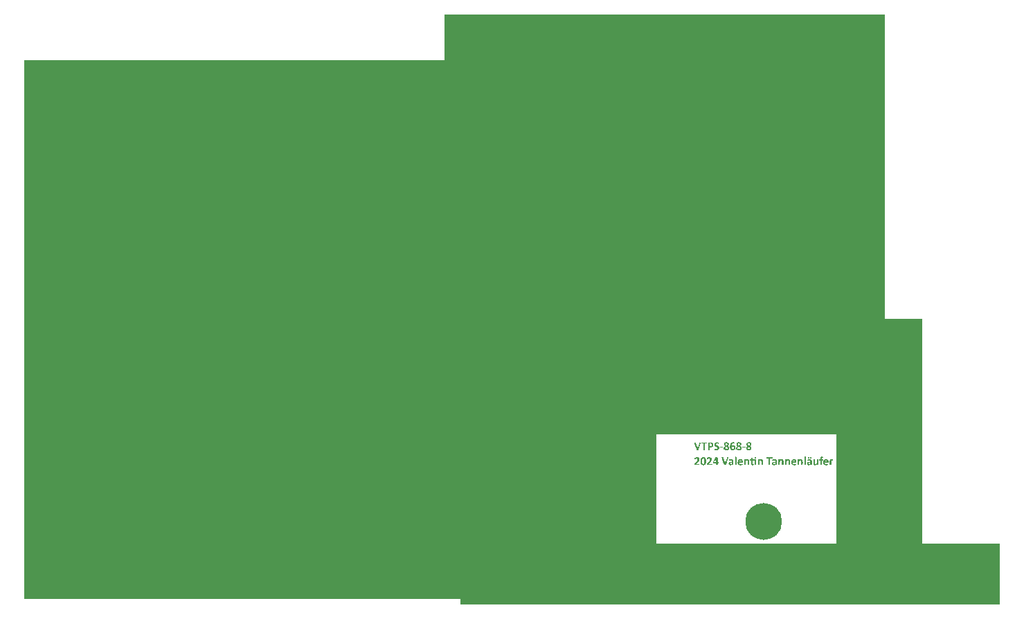
<source format=gts>
G04 Layer: TopSolderMaskLayer*
G04 EasyEDA Pro v2.2.32.3, 2024-11-02 15:36:31*
G04 Gerber Generator version 0.3*
G04 Scale: 100 percent, Rotated: No, Reflected: No*
G04 Dimensions in millimeters*
G04 Leading zeros omitted, absolute positions, 3 integers and 5 decimals*
%FSLAX35Y35*%
%MOMM*%
%AMRoundRect*1,1,$1,$2,$3*1,1,$1,$4,$5*1,1,$1,0-$2,0-$3*1,1,$1,0-$4,0-$5*20,1,$1,$2,$3,$4,$5,0*20,1,$1,$4,$5,0-$2,0-$3,0*20,1,$1,0-$2,0-$3,0-$4,0-$5,0*20,1,$1,0-$4,0-$5,$2,$3,0*4,1,4,$2,$3,$4,$5,0-$2,0-$3,0-$4,0-$5,$2,$3,0*%
%ADD10RoundRect,0.08319X-0.18391X0.25941X0.18391X0.25941*%
%ADD11C,4.502*%
%ADD12RoundRect,0.06755X-0.06702X0.06702X0.06702X0.06702*%
G75*


G04 Text Start*
G36*
G01X-1299008Y-4645289D02*
G01X-1300371Y-4644380D01*
G01X-1301280Y-4643016D01*
G01X-1301962Y-4641198D01*
G01X-1303326Y-4637107D01*
G01X-1304690Y-4633471D01*
G01X-1325144Y-4572107D01*
G01X-1326053Y-4569834D01*
G01X-1330371Y-4556880D01*
G01X-1330599Y-4555289D01*
G01X-1330371Y-4553243D01*
G01X-1329973Y-4552277D01*
G01X-1329235Y-4551652D01*
G01X-1327644Y-4550971D01*
G01X-1321962Y-4550743D01*
G01X-1316280Y-4550971D01*
G01X-1314690Y-4551198D01*
G01X-1312644Y-4551652D01*
G01X-1311280Y-4552789D01*
G01X-1310599Y-4554152D01*
G01X-1309917Y-4556198D01*
G01X-1309235Y-4558470D01*
G01X-1307871Y-4562561D01*
G01X-1306508Y-4567107D01*
G01X-1305144Y-4571198D01*
G01X-1303780Y-4575743D01*
G01X-1302417Y-4579834D01*
G01X-1301053Y-4584380D01*
G01X-1299690Y-4588471D01*
G01X-1298326Y-4593016D01*
G01X-1296962Y-4597107D01*
G01X-1295599Y-4601652D01*
G01X-1294235Y-4605743D01*
G01X-1292871Y-4610289D01*
G01X-1290826Y-4616425D01*
G01X-1290144Y-4618925D01*
G01X-1287644Y-4626425D01*
G01X-1287360Y-4626766D01*
G01X-1286962Y-4626425D01*
G01X-1286053Y-4624152D01*
G01X-1283326Y-4615289D01*
G01X-1281735Y-4610516D01*
G01X-1281280Y-4608698D01*
G01X-1279917Y-4604607D01*
G01X-1279235Y-4602107D01*
G01X-1277644Y-4597334D01*
G01X-1277189Y-4595516D01*
G01X-1276508Y-4593471D01*
G01X-1275144Y-4588925D01*
G01X-1273780Y-4584834D01*
G01X-1272417Y-4580289D01*
G01X-1271735Y-4578243D01*
G01X-1271053Y-4575743D01*
G01X-1270144Y-4573016D01*
G01X-1268326Y-4567107D01*
G01X-1266735Y-4562334D01*
G01X-1266280Y-4560516D01*
G01X-1265598Y-4558470D01*
G01X-1264235Y-4553925D01*
G01X-1263326Y-4552334D01*
G01X-1261962Y-4551425D01*
G01X-1260371Y-4550971D01*
G01X-1255598Y-4550743D01*
G01X-1250371Y-4550971D01*
G01X-1248099Y-4551425D01*
G01X-1246280Y-4552334D01*
G01X-1245826Y-4553073D01*
G01X-1245826Y-4553925D01*
G01X-1246280Y-4555516D01*
G01X-1246735Y-4557334D01*
G01X-1247417Y-4559834D01*
G01X-1248326Y-4562107D01*
G01X-1264689Y-4611198D01*
G01X-1265598Y-4613471D01*
G01X-1274689Y-4640743D01*
G01X-1275598Y-4643243D01*
G01X-1276735Y-4644834D01*
G01X-1278326Y-4645743D01*
G01X-1288326Y-4646198D01*
G01X-1297871Y-4645970D01*
G01X-1299008Y-4645289D01*
G37*
G36*
G01X-1215826Y-4644607D02*
G01X-1216337Y-4634493D01*
G01X-1216508Y-4605516D01*
G01X-1216508Y-4567107D01*
G01X-1227644Y-4567107D01*
G01X-1239917Y-4566880D01*
G01X-1241508Y-4566198D01*
G01X-1242417Y-4564834D01*
G01X-1242871Y-4560289D01*
G01X-1242644Y-4555061D01*
G01X-1241735Y-4552334D01*
G01X-1241053Y-4551198D01*
G01X-1208098Y-4551198D01*
G01X-1173553Y-4551425D01*
G01X-1172246Y-4551880D01*
G01X-1171508Y-4552789D01*
G01X-1170826Y-4554607D01*
G01X-1170599Y-4558470D01*
G01X-1170826Y-4562334D01*
G01X-1171280Y-4564379D01*
G01X-1171735Y-4565573D01*
G01X-1172644Y-4566425D01*
G01X-1176394Y-4566936D01*
G01X-1185371Y-4567107D01*
G01X-1196962Y-4567107D01*
G01X-1196962Y-4604152D01*
G01X-1197189Y-4642334D01*
G01X-1197871Y-4644380D01*
G01X-1199235Y-4645516D01*
G01X-1200826Y-4645970D01*
G01X-1207189Y-4646198D01*
G01X-1214008Y-4645743D01*
G01X-1215826Y-4644607D01*
G37*
G36*
G01X-1158099Y-4645061D02*
G01X-1159235Y-4644380D01*
G01X-1159235Y-4600516D01*
G01X-1158886Y-4566198D01*
G01X-1140144Y-4566198D01*
G01X-1140144Y-4582107D01*
G01X-1139917Y-4598243D01*
G01X-1136053Y-4598471D01*
G01X-1136053Y-4598471D01*
G01X-1131735Y-4598243D01*
G01X-1129235Y-4598016D01*
G01X-1125826Y-4597561D01*
G01X-1123099Y-4596652D01*
G01X-1121280Y-4595743D01*
G01X-1119917Y-4594834D01*
G01X-1118326Y-4593243D01*
G01X-1116735Y-4590970D01*
G01X-1115598Y-4588471D01*
G01X-1114917Y-4586425D01*
G01X-1114689Y-4582334D01*
G01X-1114917Y-4578243D01*
G01X-1115371Y-4576198D01*
G01X-1116053Y-4574152D01*
G01X-1116735Y-4572561D01*
G01X-1117644Y-4571198D01*
G01X-1119917Y-4568925D01*
G01X-1121280Y-4568016D01*
G01X-1123326Y-4567107D01*
G01X-1125371Y-4566425D01*
G01X-1133099Y-4566198D01*
G01X-1140144Y-4566198D01*
G01X-1158886Y-4566198D01*
G01X-1158780Y-4555743D01*
G01X-1158099Y-4553925D01*
G01X-1156962Y-4552561D01*
G01X-1155144Y-4551652D01*
G01X-1140599Y-4551198D01*
G01X-1126280Y-4551425D01*
G01X-1124462Y-4551652D01*
G01X-1121735Y-4551880D01*
G01X-1119008Y-4552334D01*
G01X-1117190Y-4552789D01*
G01X-1114917Y-4553243D01*
G01X-1112644Y-4553925D01*
G01X-1110598Y-4554834D01*
G01X-1108099Y-4555971D01*
G01X-1105826Y-4557334D01*
G01X-1104235Y-4558470D01*
G01X-1103099Y-4559379D01*
G01X-1099689Y-4562789D01*
G01X-1097417Y-4566425D01*
G01X-1096735Y-4568016D01*
G01X-1096053Y-4569834D01*
G01X-1095371Y-4572107D01*
G01X-1094917Y-4574152D01*
G01X-1094689Y-4579152D01*
G01X-1094917Y-4585061D01*
G01X-1095371Y-4587789D01*
G01X-1096281Y-4591425D01*
G01X-1096962Y-4593471D01*
G01X-1097871Y-4595516D01*
G01X-1099008Y-4597789D01*
G01X-1100371Y-4599834D01*
G01X-1101508Y-4601425D01*
G01X-1105371Y-4605289D01*
G01X-1107644Y-4606880D01*
G01X-1109462Y-4608016D01*
G01X-1111280Y-4608925D01*
G01X-1113326Y-4609834D01*
G01X-1115598Y-4610743D01*
G01X-1117644Y-4611425D01*
G01X-1122190Y-4612334D01*
G01X-1126280Y-4612789D01*
G01X-1133553Y-4613016D01*
G01X-1140144Y-4613016D01*
G01X-1140144Y-4627334D01*
G01X-1140371Y-4643243D01*
G01X-1140826Y-4644550D01*
G01X-1141735Y-4645289D01*
G01X-1143553Y-4645970D01*
G01X-1149917Y-4646198D01*
G01X-1156280Y-4645970D01*
G01X-1158099Y-4645061D01*
G37*
G36*
G01X-1066280Y-4646880D02*
G01X-1070826Y-4645970D01*
G01X-1073326Y-4645289D01*
G01X-1076053Y-4644380D01*
G01X-1078099Y-4643471D01*
G01X-1079917Y-4642561D01*
G01X-1081508Y-4641652D01*
G01X-1082871Y-4640743D01*
G01X-1084235Y-4639152D01*
G01X-1084917Y-4637334D01*
G01X-1085144Y-4632789D01*
G01X-1084689Y-4627334D01*
G01X-1083553Y-4625061D01*
G01X-1082814Y-4624607D01*
G01X-1081962Y-4624607D01*
G01X-1080371Y-4625289D01*
G01X-1078780Y-4626198D01*
G01X-1076962Y-4627334D01*
G01X-1074689Y-4628471D01*
G01X-1072644Y-4629380D01*
G01X-1070826Y-4630061D01*
G01X-1068780Y-4630743D01*
G01X-1066280Y-4631425D01*
G01X-1064008Y-4631879D01*
G01X-1060144Y-4632107D01*
G01X-1055371Y-4631879D01*
G01X-1053098Y-4631425D01*
G01X-1051280Y-4630970D01*
G01X-1049462Y-4630289D01*
G01X-1047644Y-4629152D01*
G01X-1045599Y-4627334D01*
G01X-1044462Y-4625516D01*
G01X-1043780Y-4623925D01*
G01X-1043326Y-4620970D01*
G01X-1043780Y-4617334D01*
G01X-1044690Y-4615289D01*
G01X-1045599Y-4613925D01*
G01X-1046735Y-4612562D01*
G01X-1048553Y-4611198D01*
G01X-1051962Y-4608925D01*
G01X-1053553Y-4608016D01*
G01X-1055826Y-4607107D01*
G01X-1057644Y-4606198D01*
G01X-1060826Y-4604834D01*
G01X-1068553Y-4600970D01*
G01X-1070826Y-4599607D01*
G01X-1072417Y-4598471D01*
G01X-1073780Y-4597561D01*
G01X-1075144Y-4596425D01*
G01X-1077417Y-4594152D01*
G01X-1078326Y-4593016D01*
G01X-1079462Y-4591425D01*
G01X-1080599Y-4589607D01*
G01X-1081508Y-4587789D01*
G01X-1082417Y-4585289D01*
G01X-1083099Y-4583243D01*
G01X-1083553Y-4578698D01*
G01X-1083553Y-4577334D01*
G01X-1083099Y-4572334D01*
G01X-1082644Y-4570289D01*
G01X-1081962Y-4567561D01*
G01X-1081053Y-4565516D01*
G01X-1080144Y-4563698D01*
G01X-1079008Y-4561652D01*
G01X-1077871Y-4560061D01*
G01X-1074008Y-4556198D01*
G01X-1071735Y-4554607D01*
G01X-1069917Y-4553470D01*
G01X-1068099Y-4552561D01*
G01X-1065599Y-4551652D01*
G01X-1063553Y-4550971D01*
G01X-1059462Y-4550062D01*
G01X-1054462Y-4549607D01*
G01X-1052644Y-4549380D01*
G01X-1050826Y-4549607D01*
G01X-1048780Y-4549834D01*
G01X-1045826Y-4550062D01*
G01X-1041280Y-4550971D01*
G01X-1038780Y-4551652D01*
G01X-1036735Y-4552334D01*
G01X-1034917Y-4553016D01*
G01X-1033099Y-4553925D01*
G01X-1031508Y-4554834D01*
G01X-1030371Y-4555743D01*
G01X-1029462Y-4557334D01*
G01X-1029008Y-4559152D01*
G01X-1028781Y-4562334D01*
G01X-1029008Y-4565971D01*
G01X-1029462Y-4568698D01*
G01X-1029803Y-4569948D01*
G01X-1030371Y-4570516D01*
G01X-1032189Y-4570516D01*
G01X-1034235Y-4569607D01*
G01X-1036280Y-4568470D01*
G01X-1040371Y-4566652D01*
G01X-1043098Y-4565743D01*
G01X-1045371Y-4565061D01*
G01X-1049008Y-4564607D01*
G01X-1050599Y-4564379D01*
G01X-1053098Y-4564607D01*
G01X-1055826Y-4565061D01*
G01X-1058098Y-4565743D01*
G01X-1059917Y-4566652D01*
G01X-1061280Y-4567561D01*
G01X-1062417Y-4568925D01*
G01X-1063326Y-4570516D01*
G01X-1064008Y-4573016D01*
G01X-1064008Y-4575516D01*
G01X-1063553Y-4577561D01*
G01X-1062871Y-4579380D01*
G01X-1061735Y-4580971D01*
G01X-1060371Y-4582561D01*
G01X-1058780Y-4583698D01*
G01X-1056962Y-4584834D01*
G01X-1055599Y-4585743D01*
G01X-1054235Y-4586425D01*
G01X-1052644Y-4587107D01*
G01X-1050826Y-4588016D01*
G01X-1042644Y-4591652D01*
G01X-1040826Y-4592561D01*
G01X-1039235Y-4593471D01*
G01X-1037189Y-4594607D01*
G01X-1033099Y-4597334D01*
G01X-1031508Y-4598698D01*
G01X-1030371Y-4599834D01*
G01X-1028553Y-4602107D01*
G01X-1027417Y-4603471D01*
G01X-1026508Y-4605061D01*
G01X-1025599Y-4606880D01*
G01X-1024690Y-4608925D01*
G01X-1024008Y-4611425D01*
G01X-1023553Y-4613698D01*
G01X-1023326Y-4617107D01*
G01X-1023553Y-4620516D01*
G01X-1023781Y-4622107D01*
G01X-1024235Y-4624607D01*
G01X-1024917Y-4626879D01*
G01X-1025599Y-4628925D01*
G01X-1026508Y-4630970D01*
G01X-1027417Y-4632561D01*
G01X-1028781Y-4634607D01*
G01X-1030144Y-4636425D01*
G01X-1033553Y-4639834D01*
G01X-1034690Y-4640743D01*
G01X-1036053Y-4641652D01*
G01X-1037871Y-4642789D01*
G01X-1039690Y-4643698D01*
G01X-1041280Y-4644380D01*
G01X-1043098Y-4645061D01*
G01X-1045144Y-4645743D01*
G01X-1047417Y-4646425D01*
G01X-1049462Y-4646880D01*
G01X-1053098Y-4647334D01*
G01X-1058780Y-4647561D01*
G01X-1064462Y-4647334D01*
G01X-1066280Y-4646880D01*
G37*
G36*
G01X-945826Y-4646880D02*
G01X-950371Y-4645970D01*
G01X-952871Y-4645289D01*
G01X-955144Y-4644380D01*
G01X-957190Y-4643471D01*
G01X-959235Y-4642334D01*
G01X-961053Y-4641198D01*
G01X-962417Y-4640061D01*
G01X-963553Y-4638925D01*
G01X-964917Y-4637334D01*
G01X-966281Y-4635289D01*
G01X-967190Y-4633471D01*
G01X-967871Y-4631652D01*
G01X-968553Y-4629152D01*
G01X-969008Y-4625970D01*
G01X-969008Y-4622789D01*
G01X-968752Y-4620743D01*
G01X-950144Y-4620743D01*
G01X-949917Y-4624152D01*
G01X-949235Y-4626652D01*
G01X-948553Y-4628243D01*
G01X-947644Y-4629380D01*
G01X-946508Y-4630516D01*
G01X-944917Y-4631652D01*
G01X-942871Y-4632561D01*
G01X-940599Y-4633016D01*
G01X-939008Y-4633243D01*
G01X-936053Y-4633471D01*
G01X-936053Y-4633471D01*
G01X-932644Y-4633243D01*
G01X-931053Y-4633016D01*
G01X-928780Y-4632561D01*
G01X-926735Y-4631652D01*
G01X-924917Y-4630516D01*
G01X-923326Y-4629152D01*
G01X-922417Y-4627789D01*
G01X-921735Y-4626198D01*
G01X-921280Y-4624607D01*
G01X-921053Y-4623016D01*
G01X-921280Y-4620970D01*
G01X-921735Y-4618698D01*
G01X-922417Y-4616425D01*
G01X-923326Y-4614834D01*
G01X-924008Y-4613698D01*
G01X-925371Y-4612107D01*
G01X-927644Y-4610289D01*
G01X-929690Y-4608925D01*
G01X-931508Y-4607789D01*
G01X-933553Y-4606652D01*
G01X-935371Y-4605743D01*
G01X-936962Y-4605516D01*
G01X-938553Y-4606198D01*
G01X-940371Y-4607334D01*
G01X-942417Y-4608698D01*
G01X-944008Y-4609834D01*
G01X-947417Y-4613243D01*
G01X-948326Y-4614607D01*
G01X-949235Y-4616425D01*
G01X-949917Y-4618243D01*
G01X-950144Y-4620743D01*
G01X-968752Y-4620743D01*
G01X-968553Y-4619152D01*
G01X-967871Y-4616198D01*
G01X-966962Y-4613925D01*
G01X-965371Y-4610743D01*
G01X-964462Y-4609380D01*
G01X-962644Y-4607107D01*
G01X-961508Y-4605970D01*
G01X-959235Y-4604152D01*
G01X-957644Y-4602789D01*
G01X-956053Y-4601652D01*
G01X-954689Y-4600743D01*
G01X-951508Y-4598925D01*
G01X-950826Y-4598016D01*
G01X-952190Y-4596880D01*
G01X-956281Y-4594152D01*
G01X-957871Y-4592789D01*
G01X-959008Y-4591880D01*
G01X-960144Y-4590743D01*
G01X-962417Y-4588016D01*
G01X-963326Y-4586652D01*
G01X-964235Y-4585061D01*
G01X-965144Y-4582789D01*
G01X-965826Y-4580971D01*
G01X-966281Y-4577334D01*
G01X-966508Y-4575289D01*
G01X-966281Y-4573243D01*
G01X-966248Y-4573016D01*
G01X-947871Y-4573016D01*
G01X-947644Y-4576425D01*
G01X-946962Y-4578698D01*
G01X-946281Y-4580289D01*
G01X-945371Y-4581652D01*
G01X-942644Y-4584380D01*
G01X-940371Y-4585970D01*
G01X-938326Y-4587334D01*
G01X-936280Y-4588471D01*
G01X-934462Y-4588925D01*
G01X-932871Y-4588243D01*
G01X-932871Y-4588243D01*
G01X-931280Y-4587334D01*
G01X-930144Y-4586425D01*
G01X-926962Y-4583698D01*
G01X-925599Y-4581880D01*
G01X-924235Y-4579607D01*
G01X-923553Y-4577789D01*
G01X-923326Y-4575289D01*
G01X-923553Y-4572789D01*
G01X-924008Y-4570743D01*
G01X-924690Y-4568698D01*
G01X-925599Y-4567334D01*
G01X-926735Y-4566198D01*
G01X-928553Y-4565061D01*
G01X-930826Y-4564152D01*
G01X-932644Y-4563698D01*
G01X-935371Y-4563470D01*
G01X-938099Y-4563698D01*
G01X-940371Y-4564152D01*
G01X-942644Y-4564834D01*
G01X-944008Y-4565516D01*
G01X-945599Y-4566880D01*
G01X-946962Y-4568925D01*
G01X-947644Y-4570516D01*
G01X-947871Y-4573016D01*
G01X-966248Y-4573016D01*
G01X-966053Y-4571652D01*
G01X-965599Y-4569152D01*
G01X-964917Y-4566880D01*
G01X-964235Y-4564834D01*
G01X-962644Y-4561652D01*
G01X-961735Y-4560289D01*
G01X-959008Y-4557107D01*
G01X-957190Y-4555743D01*
G01X-955144Y-4554380D01*
G01X-953553Y-4553470D01*
G01X-951735Y-4552561D01*
G01X-949235Y-4551652D01*
G01X-947190Y-4550971D01*
G01X-942644Y-4550062D01*
G01X-937190Y-4549607D01*
G01X-935144Y-4549380D01*
G01X-933099Y-4549607D01*
G01X-930599Y-4549834D01*
G01X-927644Y-4550062D01*
G01X-924917Y-4550516D01*
G01X-921735Y-4551198D01*
G01X-919008Y-4552107D01*
G01X-916962Y-4553016D01*
G01X-915144Y-4553925D01*
G01X-913780Y-4554834D01*
G01X-912644Y-4555516D01*
G01X-911508Y-4556425D01*
G01X-910371Y-4557561D01*
G01X-909008Y-4559152D01*
G01X-907871Y-4560743D01*
G01X-906962Y-4562334D01*
G01X-906053Y-4564834D01*
G01X-905371Y-4566880D01*
G01X-904917Y-4570971D01*
G01X-904917Y-4572334D01*
G01X-905144Y-4574380D01*
G01X-905599Y-4577334D01*
G01X-906508Y-4580289D01*
G01X-907644Y-4582789D01*
G01X-908781Y-4584607D01*
G01X-909690Y-4585970D01*
G01X-911508Y-4588243D01*
G01X-914917Y-4591652D01*
G01X-916735Y-4593016D01*
G01X-919008Y-4594607D01*
G01X-919746Y-4595345D01*
G01X-919690Y-4596198D01*
G01X-918553Y-4597561D01*
G01X-916735Y-4598698D01*
G01X-914690Y-4600061D01*
G01X-913099Y-4600970D01*
G01X-911962Y-4601880D01*
G01X-907417Y-4606425D01*
G01X-906280Y-4608016D01*
G01X-905144Y-4609834D01*
G01X-904235Y-4611425D01*
G01X-903326Y-4613471D01*
G01X-902644Y-4615516D01*
G01X-902189Y-4619607D01*
G01X-902189Y-4620743D01*
G01X-902417Y-4622561D01*
G01X-902644Y-4625061D01*
G01X-903099Y-4627334D01*
G01X-903553Y-4629152D01*
G01X-904235Y-4631198D01*
G01X-905371Y-4633698D01*
G01X-906735Y-4635743D01*
G01X-907871Y-4637334D01*
G01X-910144Y-4639607D01*
G01X-912417Y-4641425D01*
G01X-914008Y-4642561D01*
G01X-917644Y-4644380D01*
G01X-920144Y-4645289D01*
G01X-922189Y-4645970D01*
G01X-926735Y-4646880D01*
G01X-930371Y-4647334D01*
G01X-936962Y-4647561D01*
G01X-943780Y-4647334D01*
G01X-945826Y-4646880D01*
G37*
G36*
G01X-1014235Y-4615289D02*
G01X-1014917Y-4613698D01*
G01X-1015144Y-4610743D01*
G01X-1014917Y-4606425D01*
G01X-1014235Y-4603698D01*
G01X-1013326Y-4602334D01*
G01X-1009235Y-4601823D01*
G01X-997871Y-4601652D01*
G01X-981735Y-4601880D01*
G01X-979689Y-4602562D01*
G01X-978553Y-4603925D01*
G01X-978099Y-4605516D01*
G01X-977871Y-4608243D01*
G01X-978099Y-4610970D01*
G01X-978326Y-4612789D01*
G01X-978780Y-4614607D01*
G01X-979689Y-4615970D01*
G01X-984121Y-4616482D01*
G01X-996508Y-4616652D01*
G01X-1013326Y-4616425D01*
G01X-1014235Y-4615289D01*
G37*
G36*
G01X-674008Y-4646425D02*
G01X-675599Y-4646198D01*
G01X-677417Y-4645743D01*
G01X-679462Y-4645061D01*
G01X-681281Y-4644380D01*
G01X-683099Y-4643471D01*
G01X-685144Y-4642334D01*
G01X-687190Y-4640970D01*
G01X-688780Y-4639607D01*
G01X-689917Y-4638471D01*
G01X-691281Y-4636879D01*
G01X-692417Y-4635061D01*
G01X-693780Y-4631879D01*
G01X-694462Y-4629607D01*
G01X-694917Y-4627334D01*
G01X-695144Y-4625061D01*
G01X-694917Y-4621425D01*
G01X-676053Y-4621425D01*
G01X-675599Y-4625743D01*
G01X-674690Y-4627789D01*
G01X-673780Y-4629152D01*
G01X-672190Y-4630743D01*
G01X-670372Y-4631879D01*
G01X-668780Y-4632561D01*
G01X-666735Y-4633016D01*
G01X-665372Y-4633243D01*
G01X-662644Y-4633471D01*
G01X-662644Y-4633471D01*
G01X-658553Y-4633243D01*
G01X-656281Y-4632789D01*
G01X-654462Y-4632334D01*
G01X-652644Y-4631652D01*
G01X-651053Y-4630743D01*
G01X-649690Y-4629607D01*
G01X-648553Y-4628016D01*
G01X-647644Y-4625743D01*
G01X-647190Y-4623698D01*
G01X-647190Y-4621879D01*
G01X-647644Y-4619152D01*
G01X-648326Y-4616652D01*
G01X-649462Y-4614607D01*
G01X-650826Y-4613016D01*
G01X-653099Y-4610743D01*
G01X-654690Y-4609607D01*
G01X-656508Y-4608471D01*
G01X-657871Y-4607562D01*
G01X-659462Y-4606652D01*
G01X-661281Y-4605743D01*
G01X-662644Y-4605516D01*
G01X-664462Y-4606198D01*
G01X-666508Y-4607334D01*
G01X-668099Y-4608243D01*
G01X-669235Y-4609152D01*
G01X-672417Y-4611880D01*
G01X-673780Y-4613698D01*
G01X-675144Y-4615970D01*
G01X-675826Y-4617789D01*
G01X-676053Y-4621425D01*
G01X-694917Y-4621425D01*
G01X-694462Y-4618698D01*
G01X-694008Y-4616652D01*
G01X-693326Y-4614607D01*
G01X-692417Y-4612789D01*
G01X-691281Y-4610743D01*
G01X-690144Y-4608925D01*
G01X-689008Y-4607562D01*
G01X-686281Y-4604834D01*
G01X-684008Y-4603016D01*
G01X-681735Y-4601425D01*
G01X-679917Y-4600289D01*
G01X-678326Y-4599380D01*
G01X-677190Y-4598471D01*
G01X-677417Y-4597561D01*
G01X-680599Y-4595289D01*
G01X-681735Y-4594607D01*
G01X-682871Y-4593698D01*
G01X-686053Y-4590970D01*
G01X-687871Y-4588698D01*
G01X-689008Y-4587107D01*
G01X-690144Y-4585061D01*
G01X-691053Y-4583243D01*
G01X-691735Y-4580971D01*
G01X-692190Y-4578698D01*
G01X-692417Y-4576425D01*
G01X-692218Y-4573243D01*
G01X-673780Y-4573243D01*
G01X-673553Y-4576880D01*
G01X-672871Y-4579152D01*
G01X-671508Y-4581425D01*
G01X-670144Y-4583016D01*
G01X-668553Y-4584380D01*
G01X-666735Y-4585743D01*
G01X-663099Y-4588016D01*
G01X-661735Y-4588698D01*
G01X-660372Y-4588925D01*
G01X-658780Y-4588243D01*
G01X-658780Y-4588243D01*
G01X-656962Y-4587107D01*
G01X-655599Y-4585970D01*
G01X-652644Y-4583016D01*
G01X-651281Y-4581425D01*
G01X-650144Y-4579380D01*
G01X-649462Y-4577107D01*
G01X-649462Y-4573698D01*
G01X-650144Y-4570289D01*
G01X-651281Y-4567789D01*
G01X-652644Y-4566198D01*
G01X-654462Y-4565061D01*
G01X-656735Y-4564152D01*
G01X-658553Y-4563698D01*
G01X-661053Y-4563470D01*
G01X-664008Y-4563698D01*
G01X-666281Y-4564152D01*
G01X-668553Y-4564834D01*
G01X-670144Y-4565743D01*
G01X-671281Y-4566652D01*
G01X-672417Y-4568016D01*
G01X-673326Y-4569834D01*
G01X-673780Y-4573243D01*
G01X-692218Y-4573243D01*
G01X-692190Y-4572789D01*
G01X-691735Y-4570061D01*
G01X-691281Y-4568016D01*
G01X-690599Y-4565743D01*
G01X-689690Y-4563698D01*
G01X-688553Y-4561652D01*
G01X-687417Y-4560061D01*
G01X-685599Y-4557789D01*
G01X-684462Y-4556652D01*
G01X-683326Y-4555743D01*
G01X-680599Y-4553925D01*
G01X-679235Y-4553243D01*
G01X-677644Y-4552561D01*
G01X-675826Y-4551880D01*
G01X-673780Y-4551198D01*
G01X-671281Y-4550516D01*
G01X-669008Y-4550062D01*
G01X-663099Y-4549607D01*
G01X-661053Y-4549380D01*
G01X-659008Y-4549607D01*
G01X-653553Y-4550062D01*
G01X-651962Y-4550289D01*
G01X-649462Y-4550743D01*
G01X-647190Y-4551425D01*
G01X-645144Y-4552107D01*
G01X-643099Y-4553016D01*
G01X-641281Y-4553925D01*
G01X-639690Y-4554834D01*
G01X-638099Y-4555971D01*
G01X-636053Y-4557789D01*
G01X-634690Y-4559607D01*
G01X-633781Y-4560971D01*
G01X-632871Y-4562789D01*
G01X-631962Y-4565289D01*
G01X-631280Y-4567334D01*
G01X-631053Y-4571880D01*
G01X-631508Y-4577334D01*
G01X-632417Y-4580061D01*
G01X-633326Y-4582107D01*
G01X-634462Y-4584152D01*
G01X-636735Y-4587334D01*
G01X-638099Y-4588925D01*
G01X-640371Y-4591198D01*
G01X-643781Y-4593925D01*
G01X-645371Y-4594834D01*
G01X-646167Y-4595345D01*
G01X-646281Y-4595970D01*
G01X-644917Y-4597334D01*
G01X-641281Y-4599607D01*
G01X-639690Y-4600743D01*
G01X-638553Y-4601425D01*
G01X-637417Y-4602334D01*
G01X-634008Y-4605743D01*
G01X-632644Y-4607334D01*
G01X-631280Y-4609380D01*
G01X-630144Y-4611425D01*
G01X-629235Y-4613925D01*
G01X-628553Y-4615970D01*
G01X-628326Y-4619834D01*
G01X-628553Y-4624607D01*
G01X-629008Y-4626879D01*
G01X-629462Y-4628925D01*
G01X-630144Y-4630970D01*
G01X-631962Y-4634607D01*
G01X-633099Y-4636425D01*
G01X-634462Y-4638016D01*
G01X-636735Y-4640289D01*
G01X-638326Y-4641425D01*
G01X-640144Y-4642561D01*
G01X-641735Y-4643471D01*
G01X-643553Y-4644380D01*
G01X-646053Y-4645289D01*
G01X-648099Y-4645970D01*
G01X-652644Y-4646880D01*
G01X-656281Y-4647334D01*
G01X-662871Y-4647561D01*
G01X-669462Y-4647334D01*
G01X-674008Y-4646425D01*
G37*
G36*
G01X-867190Y-4646880D02*
G01X-869462Y-4646425D01*
G01X-871962Y-4645743D01*
G01X-873781Y-4645061D01*
G01X-875371Y-4644380D01*
G01X-876962Y-4643471D01*
G01X-878326Y-4642561D01*
G01X-879462Y-4641879D01*
G01X-880599Y-4640970D01*
G01X-882871Y-4638698D01*
G01X-884008Y-4637107D01*
G01X-885144Y-4635289D01*
G01X-886053Y-4633698D01*
G01X-886962Y-4631879D01*
G01X-887871Y-4629380D01*
G01X-889462Y-4624607D01*
G01X-890371Y-4619607D01*
G01X-890826Y-4615970D01*
G01X-891280Y-4609152D01*
G01X-891318Y-4608243D01*
G01X-872417Y-4608243D01*
G01X-872190Y-4612789D01*
G01X-871735Y-4616880D01*
G01X-871280Y-4619607D01*
G01X-870826Y-4621879D01*
G01X-870144Y-4624380D01*
G01X-869235Y-4626425D01*
G01X-868326Y-4628243D01*
G01X-867417Y-4629607D01*
G01X-865826Y-4630970D01*
G01X-863781Y-4632107D01*
G01X-861280Y-4632561D01*
G01X-859462Y-4632789D01*
G01X-858099Y-4632789D01*
G01X-858099Y-4632789D01*
G01X-855371Y-4632334D01*
G01X-852871Y-4631652D01*
G01X-851053Y-4630743D01*
G01X-849690Y-4629607D01*
G01X-848553Y-4628471D01*
G01X-847417Y-4626879D01*
G01X-846508Y-4625061D01*
G01X-845826Y-4623243D01*
G01X-845371Y-4621425D01*
G01X-845144Y-4616880D01*
G01X-845371Y-4611880D01*
G01X-845826Y-4609607D01*
G01X-846508Y-4607334D01*
G01X-847417Y-4605516D01*
G01X-848326Y-4604152D01*
G01X-849690Y-4603016D01*
G01X-851053Y-4602107D01*
G01X-852871Y-4601425D01*
G01X-855826Y-4600970D01*
G01X-858099Y-4600970D01*
G01X-859690Y-4601198D01*
G01X-861735Y-4601425D01*
G01X-865371Y-4602334D01*
G01X-867190Y-4603016D01*
G01X-871280Y-4605061D01*
G01X-872133Y-4606198D01*
G01X-872417Y-4608243D01*
G01X-891318Y-4608243D01*
G01X-891508Y-4603698D01*
G01X-891280Y-4598243D01*
G01X-891053Y-4595061D01*
G01X-890826Y-4591425D01*
G01X-889917Y-4585061D01*
G01X-889462Y-4583243D01*
G01X-889008Y-4580971D01*
G01X-888326Y-4578016D01*
G01X-887417Y-4575289D01*
G01X-886508Y-4572789D01*
G01X-885599Y-4570971D01*
G01X-884917Y-4569379D01*
G01X-884008Y-4567334D01*
G01X-882871Y-4565516D01*
G01X-881962Y-4564152D01*
G01X-878326Y-4559607D01*
G01X-877190Y-4558470D01*
G01X-874917Y-4556652D01*
G01X-873553Y-4555743D01*
G01X-870371Y-4553925D01*
G01X-867644Y-4552561D01*
G01X-865826Y-4551880D01*
G01X-863781Y-4551198D01*
G01X-861053Y-4550516D01*
G01X-858553Y-4550062D01*
G01X-852417Y-4549834D01*
G01X-845371Y-4550062D01*
G01X-842644Y-4550516D01*
G01X-840371Y-4550971D01*
G01X-836735Y-4551880D01*
G01X-834917Y-4552561D01*
G01X-833553Y-4553470D01*
G01X-832644Y-4554834D01*
G01X-832190Y-4556425D01*
G01X-831962Y-4559607D01*
G01X-832190Y-4562789D01*
G01X-832644Y-4565061D01*
G01X-833042Y-4566311D01*
G01X-833780Y-4566880D01*
G01X-835826Y-4566880D01*
G01X-838326Y-4566198D01*
G01X-840371Y-4565516D01*
G01X-844917Y-4564607D01*
G01X-849917Y-4564379D01*
G01X-854917Y-4564607D01*
G01X-856508Y-4564834D01*
G01X-858326Y-4565289D01*
G01X-860371Y-4566198D01*
G01X-862190Y-4567107D01*
G01X-863553Y-4568016D01*
G01X-865826Y-4569834D01*
G01X-867644Y-4572107D01*
G01X-868781Y-4573698D01*
G01X-869690Y-4575516D01*
G01X-870599Y-4577561D01*
G01X-871280Y-4579607D01*
G01X-872190Y-4584152D01*
G01X-872417Y-4585970D01*
G01X-872644Y-4588698D01*
G01X-872644Y-4590970D01*
G01X-872303Y-4591368D01*
G01X-871735Y-4591198D01*
G01X-870144Y-4590289D01*
G01X-868326Y-4589380D01*
G01X-864690Y-4588016D01*
G01X-862417Y-4587334D01*
G01X-860371Y-4586880D01*
G01X-856735Y-4586425D01*
G01X-854462Y-4586198D01*
G01X-850826Y-4586425D01*
G01X-847190Y-4586880D01*
G01X-844917Y-4587334D01*
G01X-842871Y-4587789D01*
G01X-840826Y-4588471D01*
G01X-835826Y-4590970D01*
G01X-834689Y-4591880D01*
G01X-831962Y-4594607D01*
G01X-830371Y-4596880D01*
G01X-829235Y-4598698D01*
G01X-828553Y-4600289D01*
G01X-827871Y-4602107D01*
G01X-827190Y-4604380D01*
G01X-826735Y-4606425D01*
G01X-826281Y-4610061D01*
G01X-826053Y-4612789D01*
G01X-826281Y-4616880D01*
G01X-826735Y-4620516D01*
G01X-827190Y-4622789D01*
G01X-827644Y-4624834D01*
G01X-828326Y-4627107D01*
G01X-829235Y-4629380D01*
G01X-830371Y-4631879D01*
G01X-833099Y-4635970D01*
G01X-834462Y-4637561D01*
G01X-837190Y-4640289D01*
G01X-839008Y-4641652D01*
G01X-840371Y-4642561D01*
G01X-843553Y-4644380D01*
G01X-847190Y-4645743D01*
G01X-849235Y-4646425D01*
G01X-851280Y-4646880D01*
G01X-854462Y-4647334D01*
G01X-859917Y-4647561D01*
G01X-865599Y-4647334D01*
G01X-867190Y-4646880D01*
G37*
G36*
G01X-793553Y-4646880D02*
G01X-796281Y-4646425D01*
G01X-799235Y-4645743D01*
G01X-801962Y-4644834D01*
G01X-804008Y-4643925D01*
G01X-805826Y-4643016D01*
G01X-807871Y-4641879D01*
G01X-809462Y-4640743D01*
G01X-812871Y-4637334D01*
G01X-814008Y-4635743D01*
G01X-814917Y-4633925D01*
G01X-815599Y-4632334D01*
G01X-816281Y-4630289D01*
G01X-816735Y-4628243D01*
G01X-816962Y-4623925D01*
G01X-816626Y-4620061D01*
G01X-798099Y-4620061D01*
G01X-798099Y-4622107D01*
G01X-797644Y-4625061D01*
G01X-796962Y-4627334D01*
G01X-796053Y-4628925D01*
G01X-794917Y-4630289D01*
G01X-793553Y-4631198D01*
G01X-792190Y-4631879D01*
G01X-790599Y-4632561D01*
G01X-788553Y-4633016D01*
G01X-787190Y-4633243D01*
G01X-784008Y-4633471D01*
G01X-784008Y-4633471D01*
G01X-780371Y-4633243D01*
G01X-778099Y-4632789D01*
G01X-775599Y-4632107D01*
G01X-774008Y-4631425D01*
G01X-772871Y-4630516D01*
G01X-771735Y-4629380D01*
G01X-770599Y-4628016D01*
G01X-769690Y-4626198D01*
G01X-769235Y-4623471D01*
G01X-769462Y-4619607D01*
G01X-770144Y-4616880D01*
G01X-771053Y-4615061D01*
G01X-772189Y-4613471D01*
G01X-774462Y-4611198D01*
G01X-776280Y-4609834D01*
G01X-778326Y-4608471D01*
G01X-780371Y-4607334D01*
G01X-782190Y-4606198D01*
G01X-783780Y-4605516D01*
G01X-785599Y-4605743D01*
G01X-787644Y-4606880D01*
G01X-789690Y-4608243D01*
G01X-791281Y-4609380D01*
G01X-793553Y-4611198D01*
G01X-794690Y-4612334D01*
G01X-795599Y-4613471D01*
G01X-796281Y-4614607D01*
G01X-796962Y-4615970D01*
G01X-797644Y-4618016D01*
G01X-798099Y-4620061D01*
G01X-816626Y-4620061D01*
G01X-816508Y-4618698D01*
G01X-815826Y-4616425D01*
G01X-815144Y-4614380D01*
G01X-814235Y-4612334D01*
G01X-813099Y-4610516D01*
G01X-811962Y-4608925D01*
G01X-811053Y-4607789D01*
G01X-807644Y-4604380D01*
G01X-805826Y-4603016D01*
G01X-803553Y-4601425D01*
G01X-801508Y-4600061D01*
G01X-799690Y-4599152D01*
G01X-799065Y-4598811D01*
G01X-799008Y-4598243D01*
G01X-800144Y-4596880D01*
G01X-802190Y-4595516D01*
G01X-803780Y-4594380D01*
G01X-804917Y-4593698D01*
G01X-806053Y-4592789D01*
G01X-808780Y-4590061D01*
G01X-810144Y-4588243D01*
G01X-811053Y-4587107D01*
G01X-811962Y-4585516D01*
G01X-812871Y-4583470D01*
G01X-813553Y-4581425D01*
G01X-814008Y-4579607D01*
G01X-814235Y-4576425D01*
G01X-814053Y-4572789D01*
G01X-795826Y-4572789D01*
G01X-795826Y-4574607D01*
G01X-795599Y-4576198D01*
G01X-795144Y-4578243D01*
G01X-794008Y-4580516D01*
G01X-792871Y-4582107D01*
G01X-791962Y-4583243D01*
G01X-790371Y-4584607D01*
G01X-788326Y-4585970D01*
G01X-786508Y-4587107D01*
G01X-785144Y-4588016D01*
G01X-783780Y-4588698D01*
G01X-782417Y-4588925D01*
G01X-781053Y-4588471D01*
G01X-781053Y-4588471D01*
G01X-778326Y-4586652D01*
G01X-776962Y-4585516D01*
G01X-774235Y-4582789D01*
G01X-772871Y-4580743D01*
G01X-771962Y-4578925D01*
G01X-771508Y-4575061D01*
G01X-771962Y-4570516D01*
G01X-772871Y-4568470D01*
G01X-773553Y-4567334D01*
G01X-774917Y-4565971D01*
G01X-776735Y-4564834D01*
G01X-778553Y-4564152D01*
G01X-780371Y-4563698D01*
G01X-783099Y-4563470D01*
G01X-785826Y-4563698D01*
G01X-787417Y-4563925D01*
G01X-789462Y-4564379D01*
G01X-791281Y-4565289D01*
G01X-792644Y-4566198D01*
G01X-793780Y-4567334D01*
G01X-794690Y-4568470D01*
G01X-795371Y-4570289D01*
G01X-795826Y-4572789D01*
G01X-814053Y-4572789D01*
G01X-814008Y-4571880D01*
G01X-813326Y-4568243D01*
G01X-812417Y-4565289D01*
G01X-811281Y-4562789D01*
G01X-809917Y-4560743D01*
G01X-808780Y-4559152D01*
G01X-806508Y-4556880D01*
G01X-804917Y-4555516D01*
G01X-803326Y-4554380D01*
G01X-801735Y-4553470D01*
G01X-799690Y-4552561D01*
G01X-797417Y-4551652D01*
G01X-795371Y-4550971D01*
G01X-790826Y-4550062D01*
G01X-785371Y-4549607D01*
G01X-783099Y-4549380D01*
G01X-780826Y-4549607D01*
G01X-775371Y-4550062D01*
G01X-772644Y-4550516D01*
G01X-769690Y-4551198D01*
G01X-767644Y-4551880D01*
G01X-765826Y-4552561D01*
G01X-764008Y-4553470D01*
G01X-761962Y-4554607D01*
G01X-760371Y-4555743D01*
G01X-756962Y-4559152D01*
G01X-755826Y-4560743D01*
G01X-754917Y-4562561D01*
G01X-754235Y-4564379D01*
G01X-753553Y-4566652D01*
G01X-753099Y-4568698D01*
G01X-752871Y-4572334D01*
G01X-753326Y-4576652D01*
G01X-754690Y-4580743D01*
G01X-755599Y-4582789D01*
G01X-756508Y-4584380D01*
G01X-757417Y-4585743D01*
G01X-760144Y-4589152D01*
G01X-761735Y-4590743D01*
G01X-764008Y-4592561D01*
G01X-766280Y-4594152D01*
G01X-768099Y-4595289D01*
G01X-768440Y-4595800D01*
G01X-768099Y-4596425D01*
G01X-766508Y-4597561D01*
G01X-764690Y-4598698D01*
G01X-762644Y-4600061D01*
G01X-761053Y-4601198D01*
G01X-757644Y-4603925D01*
G01X-756053Y-4605516D01*
G01X-754690Y-4607334D01*
G01X-753553Y-4608925D01*
G01X-752417Y-4610970D01*
G01X-751508Y-4613016D01*
G01X-750826Y-4615061D01*
G01X-750371Y-4616880D01*
G01X-750144Y-4620061D01*
G01X-750371Y-4623698D01*
G01X-750826Y-4626425D01*
G01X-751508Y-4629380D01*
G01X-752417Y-4631879D01*
G01X-753553Y-4634152D01*
G01X-755144Y-4636425D01*
G01X-756508Y-4638243D01*
G01X-758099Y-4639834D01*
G01X-759917Y-4641198D01*
G01X-761508Y-4642334D01*
G01X-763553Y-4643471D01*
G01X-765599Y-4644380D01*
G01X-769690Y-4645743D01*
G01X-772189Y-4646425D01*
G01X-774462Y-4646880D01*
G01X-778099Y-4647334D01*
G01X-784690Y-4647561D01*
G01X-791508Y-4647334D01*
G01X-793553Y-4646880D01*
G37*
G36*
G01X-740599Y-4614380D02*
G01X-741053Y-4610743D01*
G01X-740826Y-4605970D01*
G01X-740144Y-4603471D01*
G01X-739235Y-4602334D01*
G01X-735144Y-4601823D01*
G01X-723781Y-4601652D01*
G01X-707644Y-4601880D01*
G01X-705599Y-4602562D01*
G01X-704860Y-4603186D01*
G01X-704462Y-4604152D01*
G01X-704008Y-4606880D01*
G01X-704008Y-4610061D01*
G01X-704462Y-4613243D01*
G01X-705599Y-4615743D01*
G01X-710371Y-4616425D01*
G01X-722871Y-4616652D01*
G01X-735258Y-4616482D01*
G01X-739690Y-4615970D01*
G01X-740599Y-4614380D01*
G37*
G36*
G01X-771280Y-4830061D02*
G01X-774008Y-4829607D01*
G01X-776053Y-4829152D01*
G01X-778326Y-4828470D01*
G01X-780599Y-4827561D01*
G01X-783099Y-4826425D01*
G01X-785144Y-4825061D01*
G01X-786735Y-4824152D01*
G01X-787871Y-4823243D01*
G01X-790144Y-4820971D01*
G01X-791508Y-4819152D01*
G01X-792871Y-4817107D01*
G01X-793780Y-4815516D01*
G01X-794690Y-4813698D01*
G01X-795599Y-4811198D01*
G01X-796281Y-4809152D01*
G01X-797190Y-4804607D01*
G01X-797644Y-4800970D01*
G01X-797871Y-4795970D01*
G01X-797644Y-4790970D01*
G01X-797417Y-4789380D01*
G01X-797190Y-4786879D01*
G01X-796644Y-4784152D01*
G01X-779008Y-4784152D01*
G01X-779008Y-4786425D01*
G01X-765144Y-4786652D01*
G01X-765144Y-4786652D01*
G01X-751508Y-4786652D01*
G01X-751508Y-4785516D01*
G01X-751735Y-4783698D01*
G01X-751962Y-4782107D01*
G01X-752417Y-4779834D01*
G01X-753326Y-4777334D01*
G01X-754235Y-4775516D01*
G01X-755144Y-4774152D01*
G01X-756735Y-4772561D01*
G01X-758781Y-4771425D01*
G01X-760599Y-4770743D01*
G01X-764917Y-4770289D01*
G01X-769235Y-4770743D01*
G01X-771280Y-4771652D01*
G01X-772871Y-4772561D01*
G01X-774008Y-4773471D01*
G01X-775599Y-4775061D01*
G01X-776962Y-4777107D01*
G01X-777871Y-4779380D01*
G01X-778553Y-4781425D01*
G01X-779008Y-4784152D01*
G01X-796644Y-4784152D01*
G01X-796281Y-4782334D01*
G01X-795599Y-4779834D01*
G01X-794917Y-4777789D01*
G01X-794235Y-4775970D01*
G01X-792417Y-4772334D01*
G01X-791281Y-4770516D01*
G01X-789690Y-4768243D01*
G01X-788326Y-4766425D01*
G01X-787190Y-4765289D01*
G01X-784917Y-4763471D01*
G01X-783326Y-4762334D01*
G01X-781508Y-4761198D01*
G01X-779917Y-4760289D01*
G01X-776280Y-4758925D01*
G01X-774235Y-4758243D01*
G01X-772189Y-4757789D01*
G01X-768553Y-4757334D01*
G01X-765144Y-4757107D01*
G01X-761735Y-4757334D01*
G01X-760144Y-4757561D01*
G01X-758099Y-4757789D01*
G01X-755826Y-4758243D01*
G01X-752190Y-4759152D01*
G01X-750371Y-4759834D01*
G01X-748553Y-4760743D01*
G01X-746508Y-4761879D01*
G01X-744462Y-4763243D01*
G01X-742872Y-4764607D01*
G01X-740599Y-4766879D01*
G01X-739235Y-4768698D01*
G01X-737872Y-4770970D01*
G01X-736962Y-4772789D01*
G01X-736280Y-4774380D01*
G01X-735599Y-4776198D01*
G01X-734917Y-4778470D01*
G01X-734462Y-4780516D01*
G01X-734008Y-4784152D01*
G01X-733781Y-4788698D01*
G01X-734008Y-4793698D01*
G01X-734690Y-4795743D01*
G01X-735599Y-4797107D01*
G01X-736735Y-4798016D01*
G01X-758099Y-4798470D01*
G01X-779008Y-4798925D01*
G01X-779008Y-4800970D01*
G01X-778553Y-4804152D01*
G01X-777871Y-4807107D01*
G01X-776962Y-4809152D01*
G01X-776280Y-4810516D01*
G01X-775371Y-4811652D01*
G01X-773099Y-4813925D01*
G01X-771735Y-4814834D01*
G01X-769690Y-4815743D01*
G01X-767644Y-4816425D01*
G01X-764462Y-4816880D01*
G01X-762189Y-4817107D01*
G01X-759917Y-4816880D01*
G01X-754462Y-4816425D01*
G01X-749917Y-4815516D01*
G01X-747872Y-4815061D01*
G01X-745599Y-4814379D01*
G01X-741508Y-4813016D01*
G01X-739690Y-4812561D01*
G01X-737872Y-4813470D01*
G01X-737190Y-4815061D01*
G01X-736962Y-4818016D01*
G01X-737190Y-4822334D01*
G01X-737644Y-4824152D01*
G01X-738042Y-4825118D01*
G01X-738781Y-4825743D01*
G01X-740371Y-4826652D01*
G01X-742417Y-4827561D01*
G01X-744462Y-4828243D01*
G01X-748099Y-4829152D01*
G01X-753099Y-4830061D01*
G01X-756735Y-4830516D01*
G01X-763099Y-4830743D01*
G01X-769008Y-4830516D01*
G01X-771280Y-4830061D01*
G37*
G36*
G01X-718099Y-4827561D02*
G01X-718610Y-4818868D01*
G01X-718781Y-4794607D01*
G01X-718326Y-4761198D01*
G01X-716962Y-4759380D01*
G01X-715371Y-4758698D01*
G01X-711053Y-4758471D01*
G01X-705826Y-4758925D01*
G01X-703553Y-4760061D01*
G01X-703042Y-4761368D01*
G01X-702871Y-4763925D01*
G01X-702644Y-4767789D01*
G01X-702360Y-4768186D01*
G01X-701962Y-4768016D01*
G01X-700826Y-4767107D01*
G01X-698099Y-4764380D01*
G01X-696281Y-4763016D01*
G01X-694689Y-4761879D01*
G01X-692871Y-4760743D01*
G01X-691281Y-4759834D01*
G01X-689690Y-4759152D01*
G01X-687871Y-4758471D01*
G01X-685372Y-4757789D01*
G01X-683099Y-4757334D01*
G01X-680599Y-4757107D01*
G01X-677644Y-4757334D01*
G01X-674917Y-4757789D01*
G01X-671962Y-4758471D01*
G01X-669462Y-4759380D01*
G01X-667190Y-4760516D01*
G01X-665599Y-4761652D01*
G01X-664462Y-4762334D01*
G01X-662871Y-4763698D01*
G01X-661508Y-4765516D01*
G01X-660372Y-4767107D01*
G01X-659235Y-4769152D01*
G01X-658326Y-4771425D01*
G01X-657644Y-4773243D01*
G01X-656735Y-4777789D01*
G01X-656281Y-4782789D01*
G01X-656053Y-4804380D01*
G01X-656281Y-4826425D01*
G01X-657417Y-4828243D01*
G01X-659008Y-4829152D01*
G01X-665144Y-4829379D01*
G01X-671962Y-4828925D01*
G01X-674008Y-4827789D01*
G01X-674519Y-4821936D01*
G01X-674690Y-4805743D01*
G01X-675144Y-4782789D01*
G01X-676053Y-4779834D01*
G01X-676962Y-4777789D01*
G01X-677871Y-4776425D01*
G01X-679008Y-4775289D01*
G01X-680372Y-4774380D01*
G01X-682190Y-4773698D01*
G01X-684008Y-4773243D01*
G01X-686508Y-4773243D01*
G01X-689462Y-4773925D01*
G01X-691281Y-4774834D01*
G01X-692871Y-4775743D01*
G01X-694235Y-4776879D01*
G01X-696508Y-4778698D01*
G01X-698326Y-4780970D01*
G01X-699462Y-4782107D01*
G01X-699974Y-4787845D01*
G01X-700144Y-4804152D01*
G01X-700371Y-4826880D01*
G01X-700769Y-4827845D01*
G01X-701508Y-4828470D01*
G01X-703099Y-4829152D01*
G01X-709462Y-4829379D01*
G01X-716281Y-4828925D01*
G01X-718099Y-4827561D01*
G37*
G36*
G01X-550826Y-4828016D02*
G01X-551337Y-4819493D01*
G01X-551508Y-4794834D01*
G01X-551281Y-4760970D01*
G01X-550883Y-4760004D01*
G01X-550144Y-4759380D01*
G01X-548553Y-4758698D01*
G01X-545144Y-4758471D01*
G01X-540372Y-4758698D01*
G01X-537190Y-4759607D01*
G01X-536053Y-4760289D01*
G01X-536053Y-4764380D01*
G01X-535940Y-4767391D01*
G01X-535599Y-4768243D01*
G01X-534462Y-4767561D01*
G01X-532190Y-4765289D01*
G01X-528781Y-4762561D01*
G01X-527417Y-4761652D01*
G01X-525599Y-4760516D01*
G01X-523326Y-4759380D01*
G01X-521053Y-4758471D01*
G01X-518553Y-4757789D01*
G01X-516281Y-4757334D01*
G01X-513553Y-4757107D01*
G01X-510826Y-4757334D01*
G01X-507644Y-4757789D01*
G01X-505599Y-4758243D01*
G01X-503553Y-4758925D01*
G01X-499917Y-4760743D01*
G01X-498553Y-4761652D01*
G01X-496281Y-4763471D01*
G01X-494462Y-4765743D01*
G01X-493326Y-4767334D01*
G01X-492417Y-4768925D01*
G01X-491735Y-4770516D01*
G01X-491053Y-4772561D01*
G01X-490371Y-4774834D01*
G01X-489917Y-4776879D01*
G01X-489462Y-4780970D01*
G01X-489235Y-4803243D01*
G01X-489462Y-4826425D01*
G01X-489860Y-4827732D01*
G01X-490599Y-4828470D01*
G01X-492190Y-4829152D01*
G01X-497871Y-4829379D01*
G01X-504008Y-4829152D01*
G01X-506281Y-4828470D01*
G01X-507417Y-4828016D01*
G01X-507417Y-4808698D01*
G01X-507644Y-4788698D01*
G01X-507871Y-4785970D01*
G01X-508326Y-4782334D01*
G01X-509235Y-4779607D01*
G01X-510144Y-4777789D01*
G01X-511053Y-4776425D01*
G01X-512190Y-4775289D01*
G01X-513326Y-4774380D01*
G01X-515144Y-4773698D01*
G01X-517190Y-4773243D01*
G01X-519463Y-4773243D01*
G01X-522417Y-4773925D01*
G01X-524690Y-4775061D01*
G01X-526281Y-4775970D01*
G01X-527417Y-4776879D01*
G01X-532417Y-4781879D01*
G01X-533099Y-4788073D01*
G01X-533326Y-4804380D01*
G01X-533553Y-4826880D01*
G01X-533951Y-4827845D01*
G01X-534690Y-4828470D01*
G01X-536281Y-4829152D01*
G01X-542644Y-4829379D01*
G01X-549235Y-4828925D01*
G01X-550826Y-4828016D01*
G37*
G36*
G01X-891280Y-4830061D02*
G01X-892871Y-4829834D01*
G01X-894690Y-4829379D01*
G01X-896508Y-4828698D01*
G01X-898553Y-4827789D01*
G01X-900599Y-4826425D01*
G01X-902189Y-4825516D01*
G01X-903781Y-4824152D01*
G01X-905144Y-4822334D01*
G01X-906053Y-4821198D01*
G01X-906962Y-4819607D01*
G01X-907871Y-4817107D01*
G01X-908553Y-4815061D01*
G01X-908781Y-4810289D01*
G01X-908635Y-4808470D01*
G01X-891053Y-4808470D01*
G01X-890599Y-4811880D01*
G01X-889690Y-4813925D01*
G01X-888781Y-4815061D01*
G01X-887644Y-4816198D01*
G01X-886053Y-4817107D01*
G01X-883553Y-4817561D01*
G01X-881735Y-4817789D01*
G01X-880371Y-4817789D01*
G01X-880371Y-4817789D01*
G01X-878099Y-4817334D01*
G01X-875826Y-4816652D01*
G01X-874008Y-4815743D01*
G01X-872417Y-4814834D01*
G01X-871053Y-4813698D01*
G01X-868781Y-4811880D01*
G01X-867871Y-4810743D01*
G01X-867417Y-4804607D01*
G01X-867417Y-4798925D01*
G01X-872871Y-4798925D01*
G01X-879008Y-4799152D01*
G01X-880826Y-4799380D01*
G01X-883326Y-4799834D01*
G01X-885826Y-4800743D01*
G01X-887417Y-4801652D01*
G01X-888553Y-4802561D01*
G01X-889690Y-4803925D01*
G01X-890599Y-4805743D01*
G01X-891053Y-4808470D01*
G01X-908635Y-4808470D01*
G01X-908326Y-4804607D01*
G01X-907417Y-4801652D01*
G01X-906508Y-4799607D01*
G01X-905599Y-4798016D01*
G01X-904462Y-4796652D01*
G01X-901735Y-4793925D01*
G01X-899690Y-4792561D01*
G01X-898099Y-4791652D01*
G01X-896280Y-4790743D01*
G01X-893781Y-4789834D01*
G01X-891735Y-4789152D01*
G01X-887189Y-4788243D01*
G01X-883553Y-4787789D01*
G01X-875144Y-4787561D01*
G01X-867417Y-4787561D01*
G01X-867417Y-4785061D01*
G01X-867644Y-4780516D01*
G01X-868326Y-4777334D01*
G01X-869235Y-4775516D01*
G01X-870144Y-4774152D01*
G01X-871735Y-4772789D01*
G01X-873781Y-4771879D01*
G01X-875371Y-4771425D01*
G01X-879690Y-4771198D01*
G01X-884008Y-4771425D01*
G01X-886280Y-4771879D01*
G01X-889462Y-4772561D01*
G01X-892189Y-4773471D01*
G01X-894462Y-4774380D01*
G01X-899917Y-4777107D01*
G01X-901962Y-4777561D01*
G01X-903099Y-4777391D01*
G01X-903781Y-4776879D01*
G01X-904690Y-4775516D01*
G01X-905144Y-4771425D01*
G01X-904917Y-4767334D01*
G01X-904462Y-4765743D01*
G01X-903553Y-4764380D01*
G01X-901962Y-4763243D01*
G01X-900144Y-4762107D01*
G01X-896053Y-4760289D01*
G01X-891508Y-4758925D01*
G01X-888781Y-4758243D01*
G01X-886280Y-4757789D01*
G01X-882189Y-4757334D01*
G01X-878553Y-4757107D01*
G01X-874917Y-4757334D01*
G01X-872871Y-4757561D01*
G01X-870371Y-4757789D01*
G01X-865826Y-4758698D01*
G01X-863326Y-4759380D01*
G01X-861280Y-4760289D01*
G01X-859462Y-4761198D01*
G01X-857871Y-4762107D01*
G01X-856735Y-4763016D01*
G01X-855144Y-4764380D01*
G01X-853780Y-4765970D01*
G01X-852644Y-4767561D01*
G01X-851735Y-4769380D01*
G01X-851053Y-4771198D01*
G01X-850371Y-4773471D01*
G01X-849917Y-4775516D01*
G01X-849462Y-4779152D01*
G01X-849235Y-4802334D01*
G01X-849462Y-4826425D01*
G01X-849917Y-4827789D01*
G01X-850826Y-4828698D01*
G01X-852871Y-4829209D01*
G01X-856735Y-4829379D01*
G01X-862644Y-4828925D01*
G01X-864235Y-4827789D01*
G01X-864690Y-4824607D01*
G01X-864690Y-4822107D01*
G01X-865599Y-4822561D01*
G01X-866962Y-4823698D01*
G01X-868099Y-4824834D01*
G01X-869690Y-4825971D01*
G01X-871508Y-4827107D01*
G01X-873099Y-4828016D01*
G01X-874690Y-4828698D01*
G01X-876508Y-4829379D01*
G01X-878781Y-4830061D01*
G01X-880826Y-4830516D01*
G01X-885599Y-4830743D01*
G01X-890144Y-4830516D01*
G01X-891280Y-4830061D01*
G37*
G36*
G01X-299462Y-4828016D02*
G01X-299974Y-4819493D01*
G01X-300144Y-4794834D01*
G01X-299917Y-4760970D01*
G01X-299519Y-4760004D01*
G01X-298781Y-4759380D01*
G01X-297190Y-4758698D01*
G01X-293781Y-4758471D01*
G01X-289008Y-4758698D01*
G01X-285826Y-4759607D01*
G01X-284690Y-4760289D01*
G01X-284690Y-4764380D01*
G01X-284576Y-4767391D01*
G01X-284235Y-4768243D01*
G01X-283099Y-4767561D01*
G01X-280826Y-4765289D01*
G01X-277417Y-4762561D01*
G01X-276053Y-4761652D01*
G01X-274235Y-4760516D01*
G01X-271962Y-4759380D01*
G01X-269690Y-4758471D01*
G01X-267190Y-4757789D01*
G01X-264917Y-4757334D01*
G01X-262190Y-4757107D01*
G01X-259463Y-4757334D01*
G01X-256281Y-4757789D01*
G01X-254235Y-4758243D01*
G01X-252190Y-4758925D01*
G01X-248553Y-4760743D01*
G01X-247190Y-4761652D01*
G01X-244917Y-4763471D01*
G01X-243099Y-4765743D01*
G01X-241962Y-4767334D01*
G01X-241053Y-4768925D01*
G01X-240372Y-4770516D01*
G01X-239690Y-4772561D01*
G01X-239008Y-4774834D01*
G01X-238553Y-4776879D01*
G01X-238099Y-4780970D01*
G01X-237872Y-4803243D01*
G01X-238099Y-4826425D01*
G01X-238497Y-4827732D01*
G01X-239235Y-4828470D01*
G01X-240826Y-4829152D01*
G01X-246508Y-4829379D01*
G01X-252644Y-4829152D01*
G01X-254917Y-4828470D01*
G01X-256053Y-4828016D01*
G01X-256053Y-4808470D01*
G01X-256281Y-4788243D01*
G01X-256508Y-4785743D01*
G01X-256962Y-4782334D01*
G01X-257871Y-4779607D01*
G01X-258781Y-4777789D01*
G01X-259690Y-4776425D01*
G01X-260826Y-4775289D01*
G01X-261962Y-4774380D01*
G01X-263781Y-4773698D01*
G01X-265826Y-4773243D01*
G01X-268099Y-4773243D01*
G01X-271053Y-4773925D01*
G01X-273326Y-4775061D01*
G01X-274917Y-4775970D01*
G01X-276053Y-4776879D01*
G01X-281053Y-4781879D01*
G01X-281735Y-4788073D01*
G01X-281962Y-4804380D01*
G01X-282190Y-4826880D01*
G01X-282587Y-4827845D01*
G01X-283326Y-4828470D01*
G01X-284917Y-4829152D01*
G01X-291281Y-4829379D01*
G01X-297872Y-4828925D01*
G01X-299462Y-4828016D01*
G37*
G36*
G01X-360826Y-4830061D02*
G01X-362872Y-4829607D01*
G01X-365144Y-4828925D01*
G01X-366962Y-4828243D01*
G01X-368781Y-4827334D01*
G01X-370599Y-4826198D01*
G01X-371962Y-4825061D01*
G01X-374235Y-4822789D01*
G01X-375144Y-4821652D01*
G01X-376053Y-4820061D01*
G01X-376962Y-4818016D01*
G01X-377644Y-4815743D01*
G01X-378099Y-4813698D01*
G01X-378326Y-4810516D01*
G01X-378131Y-4807789D01*
G01X-360144Y-4807789D01*
G01X-359917Y-4811425D01*
G01X-359235Y-4813698D01*
G01X-358326Y-4815061D01*
G01X-356962Y-4816198D01*
G01X-355372Y-4817107D01*
G01X-353099Y-4817561D01*
G01X-351281Y-4817789D01*
G01X-350371Y-4817789D01*
G01X-350371Y-4817789D01*
G01X-347190Y-4817334D01*
G01X-345599Y-4816880D01*
G01X-343553Y-4815971D01*
G01X-340371Y-4813698D01*
G01X-338781Y-4812334D01*
G01X-337644Y-4811198D01*
G01X-337133Y-4809379D01*
G01X-336962Y-4804834D01*
G01X-336962Y-4798925D01*
G01X-342190Y-4798925D01*
G01X-348553Y-4799152D01*
G01X-351281Y-4799607D01*
G01X-354008Y-4800289D01*
G01X-357190Y-4801880D01*
G01X-358326Y-4802789D01*
G01X-359462Y-4804607D01*
G01X-360144Y-4807789D01*
G01X-378131Y-4807789D01*
G01X-378099Y-4807334D01*
G01X-377644Y-4804834D01*
G01X-376962Y-4802107D01*
G01X-376053Y-4800061D01*
G01X-375144Y-4798470D01*
G01X-374463Y-4797334D01*
G01X-373553Y-4796198D01*
G01X-372417Y-4795061D01*
G01X-370826Y-4793698D01*
G01X-369235Y-4792561D01*
G01X-367644Y-4791652D01*
G01X-365372Y-4790743D01*
G01X-362872Y-4789834D01*
G01X-360826Y-4789152D01*
G01X-356281Y-4788243D01*
G01X-352644Y-4787789D01*
G01X-344462Y-4787561D01*
G01X-336962Y-4787561D01*
G01X-336962Y-4783698D01*
G01X-337417Y-4778243D01*
G01X-338553Y-4775516D01*
G01X-339690Y-4774152D01*
G01X-340599Y-4773243D01*
G01X-342417Y-4772107D01*
G01X-344462Y-4771425D01*
G01X-348781Y-4771198D01*
G01X-353553Y-4771425D01*
G01X-355826Y-4771879D01*
G01X-359462Y-4772789D01*
G01X-361508Y-4773471D01*
G01X-363781Y-4774380D01*
G01X-365826Y-4775289D01*
G01X-369463Y-4777107D01*
G01X-371508Y-4777561D01*
G01X-372644Y-4777334D01*
G01X-373326Y-4776652D01*
G01X-374235Y-4774834D01*
G01X-374690Y-4771198D01*
G01X-374235Y-4767107D01*
G01X-373326Y-4765289D01*
G01X-372417Y-4764152D01*
G01X-371053Y-4763016D01*
G01X-369463Y-4762107D01*
G01X-367644Y-4761198D01*
G01X-365144Y-4760289D01*
G01X-360372Y-4758698D01*
G01X-355826Y-4757789D01*
G01X-351735Y-4757334D01*
G01X-347872Y-4757107D01*
G01X-344008Y-4757334D01*
G01X-342190Y-4757561D01*
G01X-339917Y-4757789D01*
G01X-337190Y-4758243D01*
G01X-334235Y-4758925D01*
G01X-331508Y-4759834D01*
G01X-329008Y-4760970D01*
G01X-326963Y-4762334D01*
G01X-325371Y-4763471D01*
G01X-323781Y-4765061D01*
G01X-322190Y-4767334D01*
G01X-321053Y-4769380D01*
G01X-320144Y-4771879D01*
G01X-319462Y-4774152D01*
G01X-319008Y-4777334D01*
G01X-318781Y-4802561D01*
G01X-319235Y-4827789D01*
G01X-320599Y-4828925D01*
G01X-325599Y-4829379D01*
G01X-330826Y-4829152D01*
G01X-332872Y-4828470D01*
G01X-333553Y-4827391D01*
G01X-333781Y-4825061D01*
G01X-333894Y-4822902D01*
G01X-334235Y-4822334D01*
G01X-335826Y-4823470D01*
G01X-338099Y-4825289D01*
G01X-340144Y-4826652D01*
G01X-341735Y-4827561D01*
G01X-343553Y-4828470D01*
G01X-345599Y-4829379D01*
G01X-348099Y-4830061D01*
G01X-350371Y-4830516D01*
G01X-354917Y-4830743D01*
G01X-359462Y-4830516D01*
G01X-360826Y-4830061D01*
G37*
G36*
G01X-219008Y-4828016D02*
G01X-219519Y-4819607D01*
G01X-219690Y-4795289D01*
G01X-219463Y-4761425D01*
G01X-219065Y-4760118D01*
G01X-218326Y-4759380D01*
G01X-216735Y-4758698D01*
G01X-213326Y-4758471D01*
G01X-208553Y-4758698D01*
G01X-205372Y-4759607D01*
G01X-204235Y-4760289D01*
G01X-204235Y-4764380D01*
G01X-204122Y-4767391D01*
G01X-203781Y-4768243D01*
G01X-202644Y-4767561D01*
G01X-200371Y-4765289D01*
G01X-196963Y-4762561D01*
G01X-195599Y-4761652D01*
G01X-193781Y-4760516D01*
G01X-191508Y-4759380D01*
G01X-189235Y-4758471D01*
G01X-186735Y-4757789D01*
G01X-184462Y-4757334D01*
G01X-181735Y-4757107D01*
G01X-179008Y-4757334D01*
G01X-177190Y-4757561D01*
G01X-174462Y-4758016D01*
G01X-171735Y-4758925D01*
G01X-169690Y-4759834D01*
G01X-166508Y-4761652D01*
G01X-165144Y-4762789D01*
G01X-164008Y-4763925D01*
G01X-162644Y-4765516D01*
G01X-161508Y-4767107D01*
G01X-160599Y-4768698D01*
G01X-159690Y-4770970D01*
G01X-159008Y-4772789D01*
G01X-158099Y-4776425D01*
G01X-157644Y-4780516D01*
G01X-157417Y-4803470D01*
G01X-157644Y-4826880D01*
G01X-158042Y-4827845D01*
G01X-158781Y-4828470D01*
G01X-160372Y-4829152D01*
G01X-165599Y-4829379D01*
G01X-171735Y-4829152D01*
G01X-174462Y-4828470D01*
G01X-175599Y-4828016D01*
G01X-175599Y-4808016D01*
G01X-175826Y-4787334D01*
G01X-176053Y-4785061D01*
G01X-176508Y-4782107D01*
G01X-177417Y-4779607D01*
G01X-178326Y-4777789D01*
G01X-179235Y-4776425D01*
G01X-180371Y-4775289D01*
G01X-181508Y-4774380D01*
G01X-183326Y-4773698D01*
G01X-185371Y-4773243D01*
G01X-187644Y-4773243D01*
G01X-190599Y-4773925D01*
G01X-192872Y-4775061D01*
G01X-194462Y-4775970D01*
G01X-195599Y-4776879D01*
G01X-200144Y-4781425D01*
G01X-201053Y-4782561D01*
G01X-201508Y-4804380D01*
G01X-201735Y-4826880D01*
G01X-202133Y-4827845D01*
G01X-202872Y-4828470D01*
G01X-204462Y-4829152D01*
G01X-210826Y-4829379D01*
G01X-217417Y-4828925D01*
G01X-219008Y-4828016D01*
G37*
G36*
G01X-116735Y-4830061D02*
G01X-119008Y-4829607D01*
G01X-122190Y-4828925D01*
G01X-124690Y-4828016D01*
G01X-126735Y-4827107D01*
G01X-128553Y-4826198D01*
G01X-130372Y-4825061D01*
G01X-131962Y-4823925D01*
G01X-133099Y-4823016D01*
G01X-135372Y-4820743D01*
G01X-136735Y-4819152D01*
G01X-137872Y-4817561D01*
G01X-138781Y-4815971D01*
G01X-139690Y-4814152D01*
G01X-140372Y-4812334D01*
G01X-141053Y-4810289D01*
G01X-141735Y-4808016D01*
G01X-142190Y-4805970D01*
G01X-142644Y-4802789D01*
G01X-142872Y-4795743D01*
G01X-142644Y-4788698D01*
G01X-141963Y-4784607D01*
G01X-124235Y-4784607D01*
G01X-124008Y-4786425D01*
G01X-110372Y-4786652D01*
G01X-110372Y-4786652D01*
G01X-96962Y-4786652D01*
G01X-96962Y-4785516D01*
G01X-97190Y-4782334D01*
G01X-97872Y-4778925D01*
G01X-98781Y-4776652D01*
G01X-99917Y-4774607D01*
G01X-101281Y-4773016D01*
G01X-102644Y-4772107D01*
G01X-104008Y-4771425D01*
G01X-105599Y-4770743D01*
G01X-109690Y-4770289D01*
G01X-114235Y-4770743D01*
G01X-116508Y-4771652D01*
G01X-118099Y-4772561D01*
G01X-119463Y-4773471D01*
G01X-120826Y-4775061D01*
G01X-122190Y-4777334D01*
G01X-123326Y-4780061D01*
G01X-124008Y-4782334D01*
G01X-124235Y-4784607D01*
G01X-141963Y-4784607D01*
G01X-141735Y-4783243D01*
G01X-141281Y-4781198D01*
G01X-140599Y-4778925D01*
G01X-139917Y-4777107D01*
G01X-139235Y-4775516D01*
G01X-137190Y-4771425D01*
G01X-136053Y-4769834D01*
G01X-135144Y-4768471D01*
G01X-134008Y-4767107D01*
G01X-131281Y-4764380D01*
G01X-129463Y-4763016D01*
G01X-128326Y-4762107D01*
G01X-126735Y-4761198D01*
G01X-124917Y-4760289D01*
G01X-122871Y-4759380D01*
G01X-119917Y-4758471D01*
G01X-117644Y-4757789D01*
G01X-114008Y-4757334D01*
G01X-110372Y-4757107D01*
G01X-106735Y-4757334D01*
G01X-103099Y-4757789D01*
G01X-101053Y-4758243D01*
G01X-98326Y-4758925D01*
G01X-95826Y-4759834D01*
G01X-93781Y-4760743D01*
G01X-91735Y-4761879D01*
G01X-88554Y-4764152D01*
G01X-86508Y-4765970D01*
G01X-85144Y-4767789D01*
G01X-84008Y-4769380D01*
G01X-82872Y-4771425D01*
G01X-81962Y-4773243D01*
G01X-81281Y-4775061D01*
G01X-80599Y-4777107D01*
G01X-79917Y-4779607D01*
G01X-79463Y-4781879D01*
G01X-79008Y-4788243D01*
G01X-78781Y-4789834D01*
G01X-79008Y-4791425D01*
G01X-79235Y-4793243D01*
G01X-79690Y-4795516D01*
G01X-81281Y-4797561D01*
G01X-87360Y-4798243D01*
G01X-103326Y-4798470D01*
G01X-124235Y-4798470D01*
G01X-124235Y-4799607D01*
G01X-124008Y-4802789D01*
G01X-123326Y-4806198D01*
G01X-122417Y-4808698D01*
G01X-121508Y-4810289D01*
G01X-120372Y-4811880D01*
G01X-118553Y-4813698D01*
G01X-116735Y-4814834D01*
G01X-114917Y-4815743D01*
G01X-113099Y-4816425D01*
G01X-109463Y-4816880D01*
G01X-107417Y-4817107D01*
G01X-105372Y-4816880D01*
G01X-99917Y-4816425D01*
G01X-97190Y-4815971D01*
G01X-93781Y-4815289D01*
G01X-91735Y-4814607D01*
G01X-89917Y-4814152D01*
G01X-86281Y-4812789D01*
G01X-84008Y-4812789D01*
G01X-82644Y-4813698D01*
G01X-82190Y-4815061D01*
G01X-81962Y-4818016D01*
G01X-82190Y-4820971D01*
G01X-82417Y-4822561D01*
G01X-82872Y-4824152D01*
G01X-83781Y-4825516D01*
G01X-85372Y-4826652D01*
G01X-87872Y-4827561D01*
G01X-90826Y-4828470D01*
G01X-93099Y-4829152D01*
G01X-98099Y-4830061D01*
G01X-101735Y-4830516D01*
G01X-108099Y-4830743D01*
G01X-114917Y-4830516D01*
G01X-116735Y-4830061D01*
G37*
G36*
G01X-62644Y-4828243D02*
G01X-63781Y-4827561D01*
G01X-63781Y-4795743D01*
G01X-63553Y-4761879D01*
G01X-63156Y-4760232D01*
G01X-62417Y-4759380D01*
G01X-60826Y-4758698D01*
G01X-56735Y-4758471D01*
G01X-52644Y-4758698D01*
G01X-50599Y-4759152D01*
G01X-49406Y-4759607D01*
G01X-48553Y-4760516D01*
G01X-48042Y-4762164D01*
G01X-47872Y-4764834D01*
G01X-47701Y-4767164D01*
G01X-47190Y-4767789D01*
G01X-43781Y-4765061D01*
G01X-42644Y-4763925D01*
G01X-41508Y-4763016D01*
G01X-39917Y-4761879D01*
G01X-37644Y-4760516D01*
G01X-35372Y-4759380D01*
G01X-33326Y-4758471D01*
G01X-30826Y-4757789D01*
G01X-28553Y-4757334D01*
G01X-26281Y-4757107D01*
G01X-23099Y-4757334D01*
G01X-19917Y-4757789D01*
G01X-16963Y-4758471D01*
G01X-14463Y-4759380D01*
G01X-12417Y-4760516D01*
G01X-10826Y-4761425D01*
G01X-9690Y-4762334D01*
G01X-6963Y-4765061D01*
G01X-5599Y-4767107D01*
G01X-4690Y-4768698D01*
G01X-4008Y-4770289D01*
G01X-3326Y-4772107D01*
G01X-2644Y-4774152D01*
G01X-2190Y-4775970D01*
G01X-1735Y-4779152D01*
G01X-1508Y-4802789D01*
G01X-1735Y-4826880D01*
G01X-2133Y-4827845D01*
G01X-2872Y-4828470D01*
G01X-4463Y-4829152D01*
G01X-9917Y-4829379D01*
G01X-15826Y-4829152D01*
G01X-17644Y-4828698D01*
G01X-19008Y-4828016D01*
G01X-19519Y-4822732D01*
G01X-19690Y-4807789D01*
G01X-19917Y-4785970D01*
G01X-20372Y-4782789D01*
G01X-21054Y-4780289D01*
G01X-21963Y-4778243D01*
G01X-23326Y-4776425D01*
G01X-25144Y-4774607D01*
G01X-27417Y-4773698D01*
G01X-29462Y-4773243D01*
G01X-31735Y-4773243D01*
G01X-34462Y-4773925D01*
G01X-36508Y-4774834D01*
G01X-38553Y-4776198D01*
G01X-40372Y-4777561D01*
G01X-43781Y-4780970D01*
G01X-44690Y-4782107D01*
G01X-45144Y-4803470D01*
G01X-45372Y-4825971D01*
G01X-46281Y-4828016D01*
G01X-47872Y-4828925D01*
G01X-54690Y-4829379D01*
G01X-61053Y-4829152D01*
G01X-62644Y-4828243D01*
G37*
G36*
G01X65083Y-4829607D02*
G01X62810Y-4828925D01*
G01X60537Y-4828016D01*
G01X58492Y-4826880D01*
G01X56901Y-4825971D01*
G01X55765Y-4825061D01*
G01X54628Y-4823925D01*
G01X53265Y-4822334D01*
G01X52128Y-4820516D01*
G01X51219Y-4818698D01*
G01X50310Y-4815971D01*
G01X49628Y-4812334D01*
G01X49628Y-4808698D01*
G01X49758Y-4807789D01*
G01X67583Y-4807789D01*
G01X67810Y-4810971D01*
G01X68492Y-4813243D01*
G01X69174Y-4814607D01*
G01X70537Y-4815971D01*
G01X72583Y-4817107D01*
G01X74856Y-4817561D01*
G01X76447Y-4817789D01*
G01X78037Y-4817789D01*
G01X78037Y-4817789D01*
G01X80537Y-4817334D01*
G01X82810Y-4816652D01*
G01X84628Y-4815743D01*
G01X85992Y-4814834D01*
G01X88265Y-4813016D01*
G01X90538Y-4810743D01*
G01X91049Y-4808982D01*
G01X91219Y-4804607D01*
G01X91219Y-4798925D01*
G01X86447Y-4798925D01*
G01X79628Y-4799152D01*
G01X76447Y-4799607D01*
G01X73947Y-4800289D01*
G01X71901Y-4801198D01*
G01X70537Y-4802107D01*
G01X69174Y-4803470D01*
G01X68037Y-4805289D01*
G01X67583Y-4807789D01*
G01X49758Y-4807789D01*
G01X50083Y-4805516D01*
G01X50765Y-4802561D01*
G01X51674Y-4800516D01*
G01X52355Y-4798925D01*
G01X53265Y-4797561D01*
G01X55083Y-4795289D01*
G01X56219Y-4794380D01*
G01X57810Y-4793243D01*
G01X60083Y-4791879D01*
G01X62356Y-4790743D01*
G01X64856Y-4789834D01*
G01X66901Y-4789152D01*
G01X71446Y-4788243D01*
G01X75083Y-4787789D01*
G01X83492Y-4787561D01*
G01X91219Y-4787561D01*
G01X91219Y-4785061D01*
G01X90992Y-4781425D01*
G01X90538Y-4778698D01*
G01X89856Y-4776425D01*
G01X88946Y-4774834D01*
G01X87810Y-4773471D01*
G01X86447Y-4772561D01*
G01X84856Y-4771879D01*
G01X83265Y-4771425D01*
G01X79174Y-4771198D01*
G01X74174Y-4771425D01*
G01X71901Y-4771879D01*
G01X69856Y-4772334D01*
G01X67583Y-4773016D01*
G01X65310Y-4773925D01*
G01X63265Y-4774834D01*
G01X59628Y-4776652D01*
G01X57583Y-4777334D01*
G01X55310Y-4777107D01*
G01X53947Y-4775516D01*
G01X53265Y-4772789D01*
G01X53265Y-4769152D01*
G01X53947Y-4766198D01*
G01X54856Y-4764607D01*
G01X56446Y-4763243D01*
G01X58265Y-4762107D01*
G01X60310Y-4761198D01*
G01X62583Y-4760289D01*
G01X67128Y-4758925D01*
G01X69856Y-4758243D01*
G01X72356Y-4757789D01*
G01X75992Y-4757334D01*
G01X79174Y-4757107D01*
G01X83719Y-4757334D01*
G01X87810Y-4757789D01*
G01X90538Y-4758243D01*
G01X92810Y-4758698D01*
G01X95310Y-4759380D01*
G01X97356Y-4760289D01*
G01X99174Y-4761198D01*
G01X100992Y-4762334D01*
G01X102583Y-4763698D01*
G01X103719Y-4764834D01*
G01X105083Y-4766425D01*
G01X106219Y-4768243D01*
G01X106901Y-4769834D01*
G01X107583Y-4771652D01*
G01X108265Y-4773925D01*
G01X108719Y-4775970D01*
G01X108946Y-4802107D01*
G01X108492Y-4828016D01*
G01X107128Y-4828925D01*
G01X102128Y-4829379D01*
G01X96901Y-4829152D01*
G01X94856Y-4828470D01*
G01X94174Y-4827391D01*
G01X93946Y-4825061D01*
G01X93776Y-4822902D01*
G01X93265Y-4822334D01*
G01X92128Y-4823243D01*
G01X90992Y-4824379D01*
G01X89401Y-4825516D01*
G01X87356Y-4826880D01*
G01X85537Y-4828016D01*
G01X83946Y-4828698D01*
G01X82128Y-4829379D01*
G01X79628Y-4830061D01*
G01X77356Y-4830516D01*
G01X72810Y-4830743D01*
G01X67583Y-4830289D01*
G01X65083Y-4829607D01*
G37*
G36*
G01X212356Y-4827789D02*
G01X211844Y-4820629D01*
G01X211674Y-4800516D01*
G01X211674Y-4773925D01*
G01X208719Y-4773925D01*
G01X204174Y-4773698D01*
G01X202810Y-4773300D01*
G01X201901Y-4772561D01*
G01X200992Y-4770970D01*
G01X200765Y-4767561D01*
G01X200992Y-4762789D01*
G01X201390Y-4761027D01*
G01X202128Y-4759834D01*
G01X203890Y-4759152D01*
G01X207355Y-4758925D01*
G01X211674Y-4758925D01*
G01X211674Y-4754607D01*
G01X211901Y-4749607D01*
G01X212128Y-4748016D01*
G01X212356Y-4745516D01*
G01X212810Y-4743243D01*
G01X213265Y-4741425D01*
G01X213946Y-4739152D01*
G01X214856Y-4737334D01*
G01X215537Y-4735743D01*
G01X216446Y-4734380D01*
G01X218265Y-4732107D01*
G01X219401Y-4731198D01*
G01X220992Y-4730061D01*
G01X223037Y-4728925D01*
G01X225310Y-4728016D01*
G01X227356Y-4727334D01*
G01X230537Y-4726880D01*
G01X233265Y-4726652D01*
G01X237356Y-4726880D01*
G01X240083Y-4727334D01*
G01X242356Y-4727789D01*
G01X244628Y-4728470D01*
G01X245992Y-4729380D01*
G01X246901Y-4730970D01*
G01X247356Y-4732789D01*
G01X247583Y-4735516D01*
G01X247356Y-4738243D01*
G01X246901Y-4740516D01*
G01X245992Y-4742561D01*
G01X244401Y-4742561D01*
G01X241901Y-4741880D01*
G01X239628Y-4741425D01*
G01X237583Y-4741425D01*
G01X235083Y-4741880D01*
G01X233265Y-4742561D01*
G01X232128Y-4743471D01*
G01X231219Y-4744834D01*
G01X230537Y-4746425D01*
G01X230083Y-4750061D01*
G01X229856Y-4754834D01*
G01X229856Y-4758925D01*
G01X235537Y-4758925D01*
G01X242356Y-4759152D01*
G01X243322Y-4759550D01*
G01X243946Y-4760289D01*
G01X244628Y-4761879D01*
G01X244855Y-4765061D01*
G01X244628Y-4768698D01*
G01X244174Y-4770970D01*
G01X243037Y-4773016D01*
G01X240821Y-4773698D01*
G01X235992Y-4773925D01*
G01X229856Y-4773925D01*
G01X229856Y-4800743D01*
G01X229685Y-4820971D01*
G01X229174Y-4828016D01*
G01X227583Y-4828925D01*
G01X220765Y-4829379D01*
G01X213946Y-4828925D01*
G01X212356Y-4827789D01*
G37*
G36*
G01X144628Y-4830061D02*
G01X142128Y-4829379D01*
G01X140083Y-4828470D01*
G01X138265Y-4827561D01*
G01X136674Y-4826652D01*
G01X135310Y-4825516D01*
G01X132583Y-4822789D01*
G01X131219Y-4820743D01*
G01X130310Y-4819152D01*
G01X129628Y-4817561D01*
G01X128946Y-4815743D01*
G01X128265Y-4813243D01*
G01X127810Y-4810971D01*
G01X127356Y-4805970D01*
G01X127128Y-4784152D01*
G01X127356Y-4761879D01*
G01X128037Y-4760061D01*
G01X129401Y-4759152D01*
G01X130992Y-4758698D01*
G01X135537Y-4758471D01*
G01X140537Y-4758698D01*
G01X142810Y-4759152D01*
G01X144856Y-4760289D01*
G01X145537Y-4766198D01*
G01X145765Y-4782107D01*
G01X145992Y-4804607D01*
G01X146674Y-4807561D01*
G01X147583Y-4809607D01*
G01X148492Y-4810971D01*
G01X149628Y-4812334D01*
G01X151219Y-4813470D01*
G01X153037Y-4814379D01*
G01X155083Y-4814834D01*
G01X157810Y-4814607D01*
G01X160537Y-4813925D01*
G01X162810Y-4812789D01*
G01X164401Y-4811652D01*
G01X165992Y-4810289D01*
G01X167810Y-4808925D01*
G01X170537Y-4805743D01*
G01X171049Y-4800232D01*
G01X171219Y-4784607D01*
G01X171446Y-4761879D01*
G01X171901Y-4760232D01*
G01X172810Y-4759380D01*
G01X174628Y-4758698D01*
G01X179856Y-4758471D01*
G01X185992Y-4758925D01*
G01X188492Y-4759834D01*
G01X189174Y-4768357D01*
G01X189401Y-4793016D01*
G01X189174Y-4826880D01*
G01X188265Y-4828470D01*
G01X186901Y-4829152D01*
G01X182355Y-4829379D01*
G01X177356Y-4829152D01*
G01X175083Y-4828470D01*
G01X173947Y-4828016D01*
G01X173947Y-4824379D01*
G01X173719Y-4820061D01*
G01X173435Y-4819664D01*
G01X173038Y-4819834D01*
G01X171901Y-4820743D01*
G01X169174Y-4823470D01*
G01X167356Y-4824834D01*
G01X165765Y-4825971D01*
G01X163947Y-4827107D01*
G01X162356Y-4828016D01*
G01X160537Y-4828925D01*
G01X158719Y-4829607D01*
G01X155083Y-4830516D01*
G01X150537Y-4830743D01*
G01X146446Y-4830516D01*
G01X144628Y-4830061D01*
G37*
G36*
G01X275537Y-4830061D02*
G01X271901Y-4829379D01*
G01X269628Y-4828698D01*
G01X268037Y-4828243D01*
G01X266447Y-4827561D01*
G01X262810Y-4825743D01*
G01X261219Y-4824834D01*
G01X259855Y-4823698D01*
G01X256447Y-4820289D01*
G01X255083Y-4818698D01*
G01X253946Y-4816880D01*
G01X253037Y-4815061D01*
G01X252128Y-4813016D01*
G01X250765Y-4808925D01*
G01X250083Y-4806198D01*
G01X249628Y-4803698D01*
G01X249401Y-4800970D01*
G01X249174Y-4796880D01*
G01X249174Y-4794152D01*
G01X249628Y-4788243D01*
G01X250083Y-4785516D01*
G01X250253Y-4784607D01*
G01X268037Y-4784607D01*
G01X268265Y-4786425D01*
G01X281901Y-4786652D01*
G01X281901Y-4786652D01*
G01X295310Y-4786652D01*
G01X295310Y-4784834D01*
G01X295083Y-4782334D01*
G01X294856Y-4780743D01*
G01X294401Y-4778925D01*
G01X293492Y-4776879D01*
G01X292583Y-4775289D01*
G01X291674Y-4774152D01*
G01X290083Y-4772561D01*
G01X287810Y-4771198D01*
G01X285992Y-4770516D01*
G01X282810Y-4770289D01*
G01X279174Y-4770516D01*
G01X276674Y-4771198D01*
G01X274401Y-4772334D01*
G01X272810Y-4773471D01*
G01X271674Y-4774607D01*
G01X270537Y-4776425D01*
G01X269401Y-4778470D01*
G01X268719Y-4780516D01*
G01X268265Y-4782334D01*
G01X268037Y-4784607D01*
G01X250253Y-4784607D01*
G01X250765Y-4781879D01*
G01X251674Y-4778925D01*
G01X252583Y-4776425D01*
G01X254401Y-4772789D01*
G01X255537Y-4770743D01*
G01X256447Y-4769152D01*
G01X257356Y-4768016D01*
G01X260765Y-4764607D01*
G01X262356Y-4763243D01*
G01X263946Y-4762107D01*
G01X265537Y-4761198D01*
G01X267356Y-4760289D01*
G01X269401Y-4759380D01*
G01X272356Y-4758471D01*
G01X274628Y-4757789D01*
G01X278265Y-4757334D01*
G01X281901Y-4757107D01*
G01X285537Y-4757334D01*
G01X287583Y-4757561D01*
G01X290537Y-4758016D01*
G01X292810Y-4758698D01*
G01X294628Y-4759152D01*
G01X296446Y-4759834D01*
G01X301446Y-4762334D01*
G01X304856Y-4765061D01*
G01X305765Y-4766198D01*
G01X307128Y-4767789D01*
G01X308492Y-4769834D01*
G01X309401Y-4771425D01*
G01X310310Y-4773243D01*
G01X311219Y-4775743D01*
G01X311901Y-4777789D01*
G01X312810Y-4782334D01*
G01X313037Y-4788470D01*
G01X312583Y-4795289D01*
G01X310992Y-4797561D01*
G01X304912Y-4798243D01*
G01X288946Y-4798470D01*
G01X268037Y-4798470D01*
G01X268037Y-4800516D01*
G01X268265Y-4803243D01*
G01X268492Y-4804834D01*
G01X268946Y-4806652D01*
G01X269855Y-4808698D01*
G01X270992Y-4810743D01*
G01X272128Y-4812334D01*
G01X273719Y-4813698D01*
G01X275537Y-4814834D01*
G01X277356Y-4815743D01*
G01X279174Y-4816425D01*
G01X282810Y-4816880D01*
G01X284856Y-4817107D01*
G01X286901Y-4816880D01*
G01X289174Y-4816652D01*
G01X292356Y-4816425D01*
G01X295083Y-4815971D01*
G01X296901Y-4815516D01*
G01X298947Y-4815061D01*
G01X301674Y-4814379D01*
G01X303947Y-4813470D01*
G01X305992Y-4812789D01*
G01X308265Y-4812789D01*
G01X309174Y-4813243D01*
G01X309628Y-4814152D01*
G01X310083Y-4815971D01*
G01X310310Y-4818016D01*
G01X309856Y-4822107D01*
G01X309401Y-4824152D01*
G01X308492Y-4825516D01*
G01X306901Y-4826652D01*
G01X304401Y-4827561D01*
G01X301446Y-4828470D01*
G01X299174Y-4829152D01*
G01X294174Y-4830061D01*
G01X290083Y-4830516D01*
G01X283946Y-4830743D01*
G01X278037Y-4830516D01*
G01X275537Y-4830061D01*
G37*
G36*
G01X329628Y-4828243D02*
G01X328492Y-4827561D01*
G01X328492Y-4794380D01*
G01X328947Y-4760289D01*
G01X330310Y-4759152D01*
G01X331901Y-4758698D01*
G01X335537Y-4758471D01*
G01X340083Y-4758698D01*
G01X342810Y-4759380D01*
G01X343946Y-4759834D01*
G01X343946Y-4768471D01*
G01X344856Y-4768016D01*
G01X346674Y-4766425D01*
G01X348037Y-4764607D01*
G01X351446Y-4761198D01*
G01X352583Y-4760289D01*
G01X353946Y-4759380D01*
G01X355537Y-4758471D01*
G01X357355Y-4757789D01*
G01X359174Y-4757334D01*
G01X360765Y-4757107D01*
G01X363265Y-4757334D01*
G01X365537Y-4757789D01*
G01X367583Y-4758243D01*
G01X369401Y-4759152D01*
G01X370083Y-4760516D01*
G01X370310Y-4765289D01*
G01X370083Y-4771425D01*
G01X369401Y-4774607D01*
G01X368833Y-4775459D01*
G01X368037Y-4775743D01*
G01X365537Y-4775289D01*
G01X363265Y-4774607D01*
G01X360992Y-4774380D01*
G01X358037Y-4774834D01*
G01X355992Y-4775743D01*
G01X354401Y-4776652D01*
G01X353037Y-4777789D01*
G01X350765Y-4780061D01*
G01X349856Y-4781198D01*
G01X348719Y-4782789D01*
G01X347355Y-4784834D01*
G01X346844Y-4790743D01*
G01X346503Y-4822448D01*
G01X345992Y-4828016D01*
G01X344401Y-4828925D01*
G01X337583Y-4829379D01*
G01X331219Y-4829152D01*
G01X329628Y-4828243D01*
G37*
G36*
G01X-1324690Y-4827789D02*
G01X-1325599Y-4826198D01*
G01X-1326053Y-4821425D01*
G01X-1325599Y-4815971D01*
G01X-1324690Y-4813698D01*
G01X-1324008Y-4812107D01*
G01X-1323098Y-4810743D01*
G01X-1320826Y-4808016D01*
G01X-1316962Y-4804152D01*
G01X-1315599Y-4802334D01*
G01X-1310599Y-4797334D01*
G01X-1309235Y-4795516D01*
G01X-1304235Y-4790516D01*
G01X-1302871Y-4788698D01*
G01X-1300599Y-4786425D01*
G01X-1297871Y-4783016D01*
G01X-1296735Y-4781425D01*
G01X-1295371Y-4779380D01*
G01X-1293099Y-4775743D01*
G01X-1291962Y-4773698D01*
G01X-1291053Y-4771425D01*
G01X-1290144Y-4768698D01*
G01X-1289462Y-4765061D01*
G01X-1289462Y-4760970D01*
G01X-1290144Y-4757561D01*
G01X-1291053Y-4755516D01*
G01X-1291962Y-4754152D01*
G01X-1293780Y-4752334D01*
G01X-1295371Y-4751198D01*
G01X-1297189Y-4750516D01*
G01X-1300371Y-4750061D01*
G01X-1301735Y-4750061D01*
G01X-1303780Y-4750289D01*
G01X-1306280Y-4750516D01*
G01X-1309917Y-4751425D01*
G01X-1311962Y-4752107D01*
G01X-1314008Y-4753016D01*
G01X-1316280Y-4754152D01*
G01X-1318553Y-4755516D01*
G01X-1320371Y-4756652D01*
G01X-1321962Y-4757107D01*
G01X-1322758Y-4756879D01*
G01X-1323326Y-4756198D01*
G01X-1324008Y-4754607D01*
G01X-1324235Y-4749380D01*
G01X-1323780Y-4743925D01*
G01X-1323098Y-4742107D01*
G01X-1322189Y-4740743D01*
G01X-1320599Y-4739607D01*
G01X-1318780Y-4738471D01*
G01X-1317189Y-4737561D01*
G01X-1314008Y-4736198D01*
G01X-1312189Y-4735516D01*
G01X-1309690Y-4734834D01*
G01X-1307644Y-4734152D01*
G01X-1303098Y-4733243D01*
G01X-1301053Y-4733016D01*
G01X-1297644Y-4732789D01*
G01X-1294917Y-4732789D01*
G01X-1292417Y-4733016D01*
G01X-1289462Y-4733243D01*
G01X-1287189Y-4733698D01*
G01X-1283553Y-4734607D01*
G01X-1281508Y-4735289D01*
G01X-1279462Y-4736198D01*
G01X-1276280Y-4737789D01*
G01X-1275144Y-4738698D01*
G01X-1271735Y-4742107D01*
G01X-1270371Y-4743698D01*
G01X-1269235Y-4745516D01*
G01X-1268553Y-4747107D01*
G01X-1267871Y-4748925D01*
G01X-1267189Y-4751198D01*
G01X-1266735Y-4753243D01*
G01X-1266507Y-4757334D01*
G01X-1266735Y-4761425D01*
G01X-1267189Y-4764607D01*
G01X-1267644Y-4766879D01*
G01X-1268326Y-4769834D01*
G01X-1269235Y-4772107D01*
G01X-1270144Y-4774152D01*
G01X-1271280Y-4776425D01*
G01X-1273553Y-4780061D01*
G01X-1274917Y-4782107D01*
G01X-1275826Y-4783698D01*
G01X-1278553Y-4787107D01*
G01X-1284008Y-4793470D01*
G01X-1287417Y-4796880D01*
G01X-1289235Y-4799152D01*
G01X-1301735Y-4811652D01*
G01X-1302644Y-4812789D01*
G01X-1298439Y-4813300D01*
G01X-1285371Y-4813470D01*
G01X-1266280Y-4813698D01*
G01X-1264235Y-4814607D01*
G01X-1263326Y-4816198D01*
G01X-1262871Y-4821425D01*
G01X-1263326Y-4826652D01*
G01X-1264235Y-4828243D01*
G01X-1271905Y-4828755D01*
G01X-1294008Y-4828925D01*
G01X-1323780Y-4828698D01*
G01X-1324690Y-4827789D01*
G37*
G36*
G01X-1229008Y-4829607D02*
G01X-1231053Y-4829152D01*
G01X-1233099Y-4828470D01*
G01X-1237190Y-4826425D01*
G01X-1239462Y-4824834D01*
G01X-1241280Y-4823470D01*
G01X-1242871Y-4821880D01*
G01X-1244235Y-4820061D01*
G01X-1245371Y-4818470D01*
G01X-1246508Y-4816425D01*
G01X-1247417Y-4814607D01*
G01X-1248326Y-4812561D01*
G01X-1249917Y-4807789D01*
G01X-1250826Y-4803698D01*
G01X-1251280Y-4800516D01*
G01X-1251735Y-4796880D01*
G01X-1252190Y-4790970D01*
G01X-1252417Y-4783470D01*
G01X-1252341Y-4780970D01*
G01X-1232871Y-4780970D01*
G01X-1232644Y-4793243D01*
G01X-1232190Y-4797789D01*
G01X-1231735Y-4800970D01*
G01X-1231280Y-4803470D01*
G01X-1230599Y-4806198D01*
G01X-1229917Y-4808016D01*
G01X-1229008Y-4810061D01*
G01X-1227871Y-4811652D01*
G01X-1226962Y-4812789D01*
G01X-1225599Y-4813925D01*
G01X-1223780Y-4814834D01*
G01X-1221280Y-4815289D01*
G01X-1219462Y-4815516D01*
G01X-1218326Y-4815516D01*
G01X-1218326Y-4815516D01*
G01X-1215826Y-4815061D01*
G01X-1213326Y-4814379D01*
G01X-1211280Y-4813243D01*
G01X-1209689Y-4811880D01*
G01X-1208780Y-4810743D01*
G01X-1208098Y-4809607D01*
G01X-1207417Y-4808243D01*
G01X-1206508Y-4806198D01*
G01X-1205826Y-4804152D01*
G01X-1204917Y-4799607D01*
G01X-1204462Y-4795061D01*
G01X-1204235Y-4783016D01*
G01X-1204462Y-4770970D01*
G01X-1204689Y-4769152D01*
G01X-1204917Y-4766425D01*
G01X-1205371Y-4763243D01*
G01X-1205826Y-4760970D01*
G01X-1206280Y-4758925D01*
G01X-1206962Y-4756652D01*
G01X-1207871Y-4754607D01*
G01X-1209008Y-4752334D01*
G01X-1210826Y-4750289D01*
G01X-1212644Y-4749152D01*
G01X-1214235Y-4748471D01*
G01X-1217417Y-4748016D01*
G01X-1221280Y-4748243D01*
G01X-1223780Y-4748925D01*
G01X-1225599Y-4749834D01*
G01X-1227417Y-4751425D01*
G01X-1228780Y-4753471D01*
G01X-1229689Y-4755061D01*
G01X-1230599Y-4757107D01*
G01X-1231280Y-4759152D01*
G01X-1232190Y-4764152D01*
G01X-1232644Y-4768698D01*
G01X-1232871Y-4780970D01*
G01X-1252341Y-4780970D01*
G01X-1252190Y-4775970D01*
G01X-1251735Y-4770516D01*
G01X-1251508Y-4768925D01*
G01X-1251280Y-4766879D01*
G01X-1250826Y-4764152D01*
G01X-1250371Y-4761879D01*
G01X-1249917Y-4759834D01*
G01X-1249235Y-4757107D01*
G01X-1248326Y-4754380D01*
G01X-1247417Y-4752107D01*
G01X-1246508Y-4750061D01*
G01X-1245598Y-4748243D01*
G01X-1244689Y-4746652D01*
G01X-1243780Y-4745289D01*
G01X-1242644Y-4743698D01*
G01X-1241280Y-4742107D01*
G01X-1238553Y-4739380D01*
G01X-1236735Y-4738016D01*
G01X-1234917Y-4736880D01*
G01X-1232871Y-4735743D01*
G01X-1230826Y-4734834D01*
G01X-1229008Y-4734152D01*
G01X-1224917Y-4733243D01*
G01X-1222644Y-4733016D01*
G01X-1219462Y-4732789D01*
G01X-1217189Y-4732789D01*
G01X-1215144Y-4733016D01*
G01X-1211735Y-4733243D01*
G01X-1209008Y-4733698D01*
G01X-1207189Y-4734152D01*
G01X-1204917Y-4734834D01*
G01X-1202644Y-4735743D01*
G01X-1200371Y-4736880D01*
G01X-1198780Y-4738016D01*
G01X-1197417Y-4738925D01*
G01X-1196053Y-4740061D01*
G01X-1193780Y-4742334D01*
G01X-1192644Y-4743925D01*
G01X-1191508Y-4745743D01*
G01X-1190599Y-4747107D01*
G01X-1189690Y-4748925D01*
G01X-1188780Y-4751198D01*
G01X-1187417Y-4755289D01*
G01X-1186735Y-4757789D01*
G01X-1186280Y-4760061D01*
G01X-1185826Y-4763243D01*
G01X-1185371Y-4766879D01*
G01X-1184917Y-4773243D01*
G01X-1184690Y-4780289D01*
G01X-1184917Y-4787334D01*
G01X-1185144Y-4789380D01*
G01X-1185371Y-4792789D01*
G01X-1185826Y-4796880D01*
G01X-1186280Y-4799607D01*
G01X-1186735Y-4801880D01*
G01X-1187417Y-4805061D01*
G01X-1188326Y-4808016D01*
G01X-1189235Y-4810516D01*
G01X-1190144Y-4812789D01*
G01X-1191280Y-4815061D01*
G01X-1192644Y-4817334D01*
G01X-1193780Y-4818925D01*
G01X-1194462Y-4820061D01*
G01X-1195371Y-4821198D01*
G01X-1196508Y-4822334D01*
G01X-1198780Y-4824152D01*
G01X-1200371Y-4825516D01*
G01X-1202189Y-4826652D01*
G01X-1204917Y-4828016D01*
G01X-1206735Y-4828698D01*
G01X-1208780Y-4829379D01*
G01X-1211508Y-4830061D01*
G01X-1214008Y-4830516D01*
G01X-1219689Y-4830743D01*
G01X-1225371Y-4830516D01*
G01X-1229008Y-4829607D01*
G37*
G36*
G01X-1172644Y-4827561D02*
G01X-1173553Y-4825971D01*
G01X-1174008Y-4824152D01*
G01X-1174235Y-4822107D01*
G01X-1174008Y-4819152D01*
G01X-1173553Y-4816425D01*
G01X-1172871Y-4814152D01*
G01X-1171735Y-4811880D01*
G01X-1170599Y-4810289D01*
G01X-1169690Y-4809152D01*
G01X-1168553Y-4808016D01*
G01X-1166735Y-4805743D01*
G01X-1162189Y-4801198D01*
G01X-1160371Y-4798925D01*
G01X-1155826Y-4794380D01*
G01X-1153099Y-4791198D01*
G01X-1149690Y-4787789D01*
G01X-1148780Y-4786652D01*
G01X-1147417Y-4785061D01*
G01X-1144689Y-4781425D01*
G01X-1143099Y-4779152D01*
G01X-1141962Y-4777334D01*
G01X-1140144Y-4774152D01*
G01X-1139462Y-4772561D01*
G01X-1138780Y-4770743D01*
G01X-1138099Y-4768698D01*
G01X-1137644Y-4766879D01*
G01X-1137417Y-4763471D01*
G01X-1137644Y-4759607D01*
G01X-1138099Y-4757789D01*
G01X-1138780Y-4755970D01*
G01X-1139689Y-4754380D01*
G01X-1140599Y-4753243D01*
G01X-1141962Y-4752107D01*
G01X-1143553Y-4751198D01*
G01X-1145599Y-4750516D01*
G01X-1148099Y-4750061D01*
G01X-1149917Y-4750061D01*
G01X-1154008Y-4750516D01*
G01X-1155599Y-4750743D01*
G01X-1157417Y-4751198D01*
G01X-1159235Y-4751879D01*
G01X-1160826Y-4752561D01*
G01X-1164462Y-4754380D01*
G01X-1166053Y-4755289D01*
G01X-1167417Y-4756198D01*
G01X-1168780Y-4756879D01*
G01X-1170599Y-4756652D01*
G01X-1171337Y-4756027D01*
G01X-1171735Y-4755061D01*
G01X-1172189Y-4753243D01*
G01X-1172417Y-4749834D01*
G01X-1172189Y-4746425D01*
G01X-1171962Y-4744834D01*
G01X-1171508Y-4743016D01*
G01X-1170599Y-4741425D01*
G01X-1169008Y-4739834D01*
G01X-1166735Y-4738471D01*
G01X-1163099Y-4736652D01*
G01X-1160599Y-4735743D01*
G01X-1155826Y-4734152D01*
G01X-1150826Y-4733243D01*
G01X-1145826Y-4732789D01*
G01X-1144235Y-4732561D01*
G01X-1142644Y-4732789D01*
G01X-1140599Y-4733016D01*
G01X-1137644Y-4733243D01*
G01X-1134917Y-4733698D01*
G01X-1132190Y-4734380D01*
G01X-1129462Y-4735289D01*
G01X-1125826Y-4737107D01*
G01X-1124235Y-4738016D01*
G01X-1122871Y-4738925D01*
G01X-1121508Y-4740061D01*
G01X-1120371Y-4741198D01*
G01X-1119008Y-4742789D01*
G01X-1117871Y-4744380D01*
G01X-1116962Y-4745970D01*
G01X-1116053Y-4748016D01*
G01X-1115371Y-4750061D01*
G01X-1114917Y-4751879D01*
G01X-1114689Y-4753698D01*
G01X-1114462Y-4755970D01*
G01X-1114462Y-4757789D01*
G01X-1114917Y-4763243D01*
G01X-1115371Y-4765970D01*
G01X-1116053Y-4768925D01*
G01X-1116735Y-4770970D01*
G01X-1117417Y-4772789D01*
G01X-1119462Y-4776879D01*
G01X-1121735Y-4780516D01*
G01X-1123326Y-4782789D01*
G01X-1124689Y-4784607D01*
G01X-1125598Y-4785743D01*
G01X-1126280Y-4786879D01*
G01X-1127190Y-4788016D01*
G01X-1128326Y-4789152D01*
G01X-1130144Y-4791425D01*
G01X-1131280Y-4792561D01*
G01X-1133553Y-4795289D01*
G01X-1144917Y-4806652D01*
G01X-1147189Y-4809379D01*
G01X-1149462Y-4811652D01*
G01X-1150371Y-4812789D01*
G01X-1146053Y-4813300D01*
G01X-1132644Y-4813470D01*
G01X-1113326Y-4813925D01*
G01X-1112190Y-4814550D01*
G01X-1111508Y-4815516D01*
G01X-1110826Y-4817334D01*
G01X-1110598Y-4820743D01*
G01X-1110826Y-4824152D01*
G01X-1111053Y-4825743D01*
G01X-1111735Y-4827789D01*
G01X-1112417Y-4828925D01*
G01X-1141735Y-4828925D01*
G01X-1171508Y-4828470D01*
G01X-1172644Y-4827561D01*
G37*
G36*
G01X-1060826Y-4827789D02*
G01X-1061337Y-4825061D01*
G01X-1061508Y-4818243D01*
G01X-1061508Y-4809379D01*
G01X-1079917Y-4809379D01*
G01X-1099008Y-4809152D01*
G01X-1100371Y-4808470D01*
G01X-1101280Y-4806880D01*
G01X-1101735Y-4805061D01*
G01X-1101962Y-4801652D01*
G01X-1101735Y-4797334D01*
G01X-1101280Y-4794152D01*
G01X-1086280Y-4794152D01*
G01X-1073780Y-4794380D01*
G01X-1073780Y-4794380D01*
G01X-1061508Y-4794380D01*
G01X-1061508Y-4773471D01*
G01X-1061735Y-4751879D01*
G01X-1062019Y-4751539D01*
G01X-1062417Y-4751879D01*
G01X-1063326Y-4753243D01*
G01X-1076962Y-4777107D01*
G01X-1077871Y-4778470D01*
G01X-1086053Y-4792789D01*
G01X-1086280Y-4794152D01*
G01X-1101280Y-4794152D01*
G01X-1100599Y-4791652D01*
G01X-1099917Y-4789834D01*
G01X-1099235Y-4788470D01*
G01X-1098326Y-4786879D01*
G01X-1096053Y-4782789D01*
G01X-1090599Y-4773243D01*
G01X-1088326Y-4769152D01*
G01X-1082871Y-4759607D01*
G01X-1080599Y-4755516D01*
G01X-1071508Y-4739607D01*
G01X-1070371Y-4737334D01*
G01X-1069008Y-4735743D01*
G01X-1067417Y-4734834D01*
G01X-1065371Y-4734380D01*
G01X-1063553Y-4734152D01*
G01X-1057871Y-4733925D01*
G01X-1051280Y-4734152D01*
G01X-1047644Y-4734607D01*
G01X-1044917Y-4735289D01*
G01X-1043553Y-4736198D01*
G01X-1043042Y-4743755D01*
G01X-1042871Y-4765516D01*
G01X-1042871Y-4794380D01*
G01X-1039008Y-4794380D01*
G01X-1034462Y-4794607D01*
G01X-1033099Y-4795289D01*
G01X-1032189Y-4797107D01*
G01X-1031735Y-4799152D01*
G01X-1031508Y-4801198D01*
G01X-1031735Y-4803243D01*
G01X-1031962Y-4805061D01*
G01X-1032417Y-4807107D01*
G01X-1033326Y-4808698D01*
G01X-1034803Y-4809209D01*
G01X-1038326Y-4809379D01*
G01X-1042871Y-4809379D01*
G01X-1042871Y-4817107D01*
G01X-1043098Y-4826425D01*
G01X-1043496Y-4827732D01*
G01X-1044235Y-4828470D01*
G01X-1045826Y-4829152D01*
G01X-1052417Y-4829379D01*
G01X-1059235Y-4828925D01*
G01X-1060826Y-4827789D01*
G37*
G36*
G01X-961735Y-4828243D02*
G01X-963326Y-4826425D01*
G01X-964235Y-4823925D01*
G01X-984235Y-4763925D01*
G01X-986053Y-4758925D01*
G01X-992190Y-4740516D01*
G01X-992644Y-4738471D01*
G01X-992417Y-4735970D01*
G01X-991849Y-4735061D01*
G01X-991053Y-4734607D01*
G01X-989462Y-4734152D01*
G01X-984462Y-4733925D01*
G01X-978099Y-4734152D01*
G01X-974689Y-4734834D01*
G01X-973553Y-4735459D01*
G01X-972871Y-4736425D01*
G01X-971962Y-4739152D01*
G01X-971053Y-4742107D01*
G01X-970144Y-4744834D01*
G01X-968326Y-4750743D01*
G01X-967417Y-4753471D01*
G01X-965599Y-4759380D01*
G01X-964689Y-4762107D01*
G01X-962871Y-4768016D01*
G01X-961962Y-4770743D01*
G01X-960144Y-4776652D01*
G01X-959235Y-4779380D01*
G01X-957417Y-4785289D01*
G01X-956508Y-4788016D01*
G01X-954689Y-4793925D01*
G01X-953780Y-4796652D01*
G01X-951962Y-4802561D01*
G01X-950371Y-4807334D01*
G01X-949917Y-4809152D01*
G01X-949633Y-4809948D01*
G01X-949235Y-4810061D01*
G01X-948326Y-4808243D01*
G01X-945599Y-4799380D01*
G01X-944008Y-4794607D01*
G01X-943553Y-4792789D01*
G01X-942190Y-4788698D01*
G01X-941508Y-4786198D01*
G01X-939917Y-4781425D01*
G01X-939462Y-4779607D01*
G01X-938780Y-4777561D01*
G01X-937417Y-4773016D01*
G01X-936053Y-4768925D01*
G01X-934690Y-4764380D01*
G01X-934008Y-4762334D01*
G01X-933326Y-4759834D01*
G01X-932417Y-4757107D01*
G01X-930599Y-4751198D01*
G01X-929008Y-4746425D01*
G01X-928553Y-4744607D01*
G01X-927871Y-4742561D01*
G01X-926508Y-4738016D01*
G01X-925599Y-4735970D01*
G01X-924974Y-4735061D01*
G01X-924008Y-4734607D01*
G01X-922189Y-4734152D01*
G01X-917644Y-4733925D01*
G01X-912189Y-4734152D01*
G01X-909917Y-4734607D01*
G01X-908553Y-4735289D01*
G01X-908042Y-4735970D01*
G01X-907871Y-4737107D01*
G01X-908326Y-4739380D01*
G01X-924690Y-4788470D01*
G01X-926053Y-4792107D01*
G01X-936962Y-4824834D01*
G01X-937871Y-4826880D01*
G01X-939235Y-4828470D01*
G01X-940826Y-4829152D01*
G01X-950371Y-4829379D01*
G01X-959917Y-4829152D01*
G01X-961735Y-4828243D01*
G37*
G36*
G01X-830371Y-4827561D02*
G01X-830883Y-4815061D01*
G01X-831053Y-4779380D01*
G01X-830826Y-4730516D01*
G01X-830428Y-4729209D01*
G01X-829689Y-4728470D01*
G01X-828099Y-4727789D01*
G01X-824917Y-4727334D01*
G01X-822190Y-4727107D01*
G01X-819462Y-4727334D01*
G01X-817644Y-4727561D01*
G01X-815144Y-4728016D01*
G01X-813099Y-4729152D01*
G01X-812587Y-4741539D01*
G01X-812417Y-4777334D01*
G01X-812644Y-4826425D01*
G01X-813042Y-4827732D01*
G01X-813780Y-4828470D01*
G01X-815371Y-4829152D01*
G01X-821735Y-4829379D01*
G01X-828553Y-4828925D01*
G01X-830371Y-4827561D01*
G37*
G36*
G01X-620371Y-4830061D02*
G01X-622644Y-4829607D01*
G01X-624917Y-4828925D01*
G01X-626735Y-4828016D01*
G01X-628781Y-4826880D01*
G01X-630371Y-4825743D01*
G01X-631508Y-4824607D01*
G01X-632644Y-4823016D01*
G01X-633781Y-4820971D01*
G01X-634690Y-4818925D01*
G01X-635371Y-4816652D01*
G01X-635826Y-4814607D01*
G01X-636280Y-4808698D01*
G01X-636508Y-4790970D01*
G01X-636508Y-4773925D01*
G01X-639462Y-4773925D01*
G01X-644008Y-4773698D01*
G01X-645315Y-4773300D01*
G01X-646053Y-4772561D01*
G01X-646735Y-4770970D01*
G01X-646962Y-4767789D01*
G01X-646735Y-4763243D01*
G01X-645826Y-4760061D01*
G01X-645144Y-4758925D01*
G01X-636508Y-4758925D01*
G01X-636508Y-4753016D01*
G01X-636280Y-4745516D01*
G01X-635599Y-4743016D01*
G01X-634974Y-4742277D01*
G01X-634008Y-4741880D01*
G01X-632190Y-4741425D01*
G01X-627871Y-4741198D01*
G01X-623553Y-4741425D01*
G01X-621280Y-4741880D01*
G01X-618781Y-4743016D01*
G01X-618099Y-4745573D01*
G01X-617872Y-4751425D01*
G01X-617872Y-4758925D01*
G01X-596280Y-4758925D01*
G01X-573326Y-4759380D01*
G01X-571281Y-4760743D01*
G01X-570371Y-4762334D01*
G01X-570144Y-4793925D01*
G01X-570371Y-4826425D01*
G01X-570769Y-4827732D01*
G01X-571508Y-4828470D01*
G01X-573099Y-4829152D01*
G01X-578781Y-4829379D01*
G01X-584917Y-4829152D01*
G01X-587190Y-4828470D01*
G01X-588326Y-4828016D01*
G01X-588326Y-4773925D01*
G01X-617872Y-4773925D01*
G01X-617872Y-4790289D01*
G01X-617644Y-4808243D01*
G01X-616962Y-4810971D01*
G01X-615826Y-4813016D01*
G01X-614462Y-4814379D01*
G01X-612190Y-4815061D01*
G01X-609462Y-4815061D01*
G01X-607190Y-4814607D01*
G01X-603553Y-4813698D01*
G01X-602531Y-4813811D01*
G01X-601735Y-4814607D01*
G01X-601224Y-4816425D01*
G01X-601053Y-4819607D01*
G01X-601280Y-4824607D01*
G01X-601962Y-4826652D01*
G01X-603099Y-4828016D01*
G01X-604690Y-4828925D01*
G01X-606962Y-4829607D01*
G01X-609008Y-4830061D01*
G01X-615826Y-4830743D01*
G01X-618553Y-4830516D01*
G01X-620371Y-4830061D01*
G37*
G36*
G01X-586735Y-4747561D02*
G01X-588326Y-4746198D01*
G01X-589235Y-4744607D01*
G01X-589690Y-4740516D01*
G01X-589462Y-4736425D01*
G01X-589008Y-4734607D01*
G01X-588326Y-4733016D01*
G01X-587417Y-4731880D01*
G01X-585826Y-4730743D01*
G01X-584008Y-4730061D01*
G01X-580371Y-4729834D01*
G01X-576281Y-4730061D01*
G01X-572644Y-4730970D01*
G01X-570599Y-4732334D01*
G01X-569462Y-4734380D01*
G01X-569008Y-4735970D01*
G01X-568781Y-4738925D01*
G01X-569235Y-4742789D01*
G01X-570144Y-4745289D01*
G01X-571053Y-4746652D01*
G01X-571962Y-4747561D01*
G01X-573553Y-4748243D01*
G01X-575371Y-4748698D01*
G01X-579690Y-4748925D01*
G01X-584462Y-4748471D01*
G01X-586735Y-4747561D01*
G37*
G36*
G01X-417644Y-4828243D02*
G01X-418781Y-4827561D01*
G01X-418781Y-4750289D01*
G01X-429462Y-4750289D01*
G01X-442190Y-4750061D01*
G01X-443837Y-4749607D01*
G01X-444690Y-4748698D01*
G01X-445371Y-4746879D01*
G01X-445599Y-4743471D01*
G01X-445371Y-4739607D01*
G01X-444917Y-4737334D01*
G01X-444008Y-4735289D01*
G01X-435258Y-4734607D01*
G01X-410372Y-4734380D01*
G01X-376281Y-4734607D01*
G01X-374690Y-4735289D01*
G01X-373781Y-4736652D01*
G01X-373326Y-4741198D01*
G01X-373553Y-4746425D01*
G01X-374463Y-4748925D01*
G01X-375826Y-4750061D01*
G01X-388099Y-4750289D01*
G01X-399690Y-4750289D01*
G01X-399690Y-4787561D01*
G01X-399917Y-4826425D01*
G01X-400372Y-4827732D01*
G01X-401281Y-4828470D01*
G01X-403099Y-4829152D01*
G01X-409462Y-4829379D01*
G01X-415826Y-4829152D01*
G01X-417644Y-4828243D01*
G37*
G36*
G01X17356Y-4827789D02*
G01X16844Y-4815345D01*
G01X16674Y-4779380D01*
G01X16901Y-4730516D01*
G01X17583Y-4728925D01*
G01X18947Y-4728016D01*
G01X20765Y-4727561D01*
G01X22356Y-4727334D01*
G01X25310Y-4727107D01*
G01X28265Y-4727334D01*
G01X30083Y-4727561D01*
G01X32583Y-4728016D01*
G01X34628Y-4729380D01*
G01X35140Y-4741823D01*
G01X35310Y-4777334D01*
G01X35083Y-4825971D01*
G01X34685Y-4827334D01*
G01X33947Y-4828243D01*
G01X32356Y-4829152D01*
G01X25992Y-4829379D01*
G01X19174Y-4828925D01*
G01X17356Y-4827789D01*
G37*
G36*
G01X60765Y-4746879D02*
G01X59174Y-4745061D01*
G01X58265Y-4741880D01*
G01X58265Y-4739152D01*
G01X58719Y-4735970D01*
G01X59401Y-4734152D01*
G01X60310Y-4732561D01*
G01X61219Y-4731652D01*
G01X62810Y-4730970D01*
G01X65537Y-4730516D01*
G01X67810Y-4730516D01*
G01X69628Y-4730743D01*
G01X72128Y-4731198D01*
G01X74401Y-4732334D01*
G01X75765Y-4733925D01*
G01X76447Y-4735516D01*
G01X76674Y-4738016D01*
G01X76447Y-4741425D01*
G01X75765Y-4744380D01*
G01X74174Y-4746652D01*
G01X72128Y-4747789D01*
G01X70537Y-4748243D01*
G01X67356Y-4748471D01*
G01X63265Y-4748016D01*
G01X60765Y-4746879D01*
G37*
G36*
G01X89401Y-4746879D02*
G01X87810Y-4745061D01*
G01X86901Y-4741880D01*
G01X86901Y-4739152D01*
G01X87128Y-4737107D01*
G01X87583Y-4735061D01*
G01X88265Y-4733470D01*
G01X89174Y-4732107D01*
G01X90765Y-4731198D01*
G01X92583Y-4730743D01*
G01X94174Y-4730516D01*
G01X96447Y-4730516D01*
G01X99628Y-4730970D01*
G01X101901Y-4731652D01*
G01X103265Y-4732561D01*
G01X104174Y-4733698D01*
G01X104856Y-4735289D01*
G01X105310Y-4738016D01*
G01X105083Y-4741425D01*
G01X104401Y-4744380D01*
G01X102810Y-4746652D01*
G01X100765Y-4747789D01*
G01X99174Y-4748243D01*
G01X95992Y-4748471D01*
G01X91901Y-4748016D01*
G01X89401Y-4746879D01*
G37*
G04 Text End*

G04 Rect Start*
G36*
G01X-9520564Y-6470147D02*
G01X-9520564Y126253D01*
G01X-1789956Y126253D01*
G01X-1789956Y-6470147D01*
G01X-9520564Y-6470147D01*
G37*
G36*
G01X1000100Y684123D02*
G01X1000100Y-4451778D01*
G01X-4381008Y-4451778D01*
G01X-4381008Y684123D01*
G01X1000100Y684123D01*
G37*
G36*
G01X1458231Y-3040921D02*
G01X1458231Y-6182922D01*
G01X407823Y-6182922D01*
G01X407823Y-3040921D01*
G01X1458231Y-3040921D01*
G37*
G36*
G01X2406371Y-6533195D02*
G01X-4190030Y-6533195D01*
G01X-4190030Y-5787586D01*
G01X2406371Y-5787586D01*
G01X2406371Y-6533195D01*
G37*
G04 Rect End*

G04 Pad Start*
G54D10*
G01X-4483466Y-5688551D03*
G36*
G01X-4478072Y-5650945D02*
G02X-4474466Y-5649451I3606J-3606D01*
G01X-4448066Y-5649451D01*
G02X-4442966Y-5654551I0J-5100D01*
G01X-4442966Y-5670251D01*
G02X-4448066Y-5675351I-5100J0D01*
G01X-4468066Y-5675351D01*
G02X-4473166Y-5670251I0J5100D01*
G01X-4473166Y-5668651D01*
G01X-4483466Y-5668651D01*
G02X-4487072Y-5659945I0J5100D01*
G01X-4478072Y-5650945D01*
G37*
G36*
G01X-4493766Y-5670251D02*
G02X-4498866Y-5675351I-5100J0D01*
G01X-4518866Y-5675351D01*
G02X-4523966Y-5670251I0J5100D01*
G01X-4523966Y-5654551D01*
G02X-4518866Y-5649451I5100J0D01*
G01X-4492466Y-5649451D01*
G02X-4488859Y-5650945I0J-5100D01*
G01X-4479859Y-5659945D01*
G02X-4483466Y-5668651I-3606J-3606D01*
G01X-4493766Y-5668651D01*
G01X-4493766Y-5670251D01*
G37*
G01X-8314530Y-2863853D03*
G36*
G01X-8309137Y-2826247D02*
G02X-8305531Y-2824753I3606J-3606D01*
G01X-8279131Y-2824753D01*
G02X-8274030Y-2829853I0J-5100D01*
G01X-8274030Y-2845553D01*
G02X-8279131Y-2850653I-5100J0D01*
G01X-8299130Y-2850653D01*
G02X-8304231Y-2845553I0J5100D01*
G01X-8304231Y-2843953D01*
G01X-8314530Y-2843953D01*
G02X-8318137Y-2835247I0J5100D01*
G01X-8309137Y-2826247D01*
G37*
G36*
G01X-8324830Y-2845553D02*
G02X-8329931Y-2850653I-5100J0D01*
G01X-8349930Y-2850653D01*
G02X-8355031Y-2845553I0J5100D01*
G01X-8355031Y-2829853D01*
G02X-8349930Y-2824753I5100J0D01*
G01X-8323530Y-2824753D01*
G02X-8319924Y-2826247I0J-5100D01*
G01X-8310924Y-2835247D01*
G02X-8314530Y-2843953I-3606J-3606D01*
G01X-8324830Y-2843953D01*
G01X-8324830Y-2845553D01*
G37*
G01X-5704115Y-2863853D03*
G36*
G01X-5698721Y-2826247D02*
G02X-5695115Y-2824753I3606J-3606D01*
G01X-5668715Y-2824753D01*
G02X-5663615Y-2829853I0J-5100D01*
G01X-5663615Y-2845553D01*
G02X-5668715Y-2850653I-5100J0D01*
G01X-5688715Y-2850653D01*
G02X-5693815Y-2845553I0J5100D01*
G01X-5693815Y-2843953D01*
G01X-5704115Y-2843953D01*
G02X-5707721Y-2835247I0J5100D01*
G01X-5698721Y-2826247D01*
G37*
G36*
G01X-5714415Y-2845553D02*
G02X-5719515Y-2850653I-5100J0D01*
G01X-5739515Y-2850653D01*
G02X-5744615Y-2845553I0J5100D01*
G01X-5744615Y-2829853D01*
G02X-5739515Y-2824753I5100J0D01*
G01X-5713115Y-2824753D01*
G02X-5709509Y-2826247I0J-5100D01*
G01X-5700509Y-2835247D01*
G02X-5704115Y-2843953I-3606J-3606D01*
G01X-5714415Y-2843953D01*
G01X-5714415Y-2845553D01*
G37*
G01X-7052585Y-4412701D03*
G36*
G01X-7047191Y-4375095D02*
G02X-7043585Y-4373601I3606J-3606D01*
G01X-7017185Y-4373601D01*
G02X-7012085Y-4378701I0J-5100D01*
G01X-7012085Y-4394401D01*
G02X-7017185Y-4399501I-5100J0D01*
G01X-7037185Y-4399501D01*
G02X-7042285Y-4394401I0J5100D01*
G01X-7042285Y-4392801D01*
G01X-7052585Y-4392801D01*
G02X-7056191Y-4384095I0J5100D01*
G01X-7047191Y-4375095D01*
G37*
G36*
G01X-7062885Y-4394401D02*
G02X-7067985Y-4399501I-5100J0D01*
G01X-7087985Y-4399501D01*
G02X-7093085Y-4394401I0J5100D01*
G01X-7093085Y-4378701D01*
G02X-7087985Y-4373601I5100J0D01*
G01X-7061585Y-4373601D01*
G02X-7057979Y-4375095I0J-5100D01*
G01X-7048979Y-4384095D01*
G02X-7052585Y-4392801I-3606J-3606D01*
G01X-7062885Y-4392801D01*
G01X-7062885Y-4394401D01*
G37*
G01X-652822Y-2863134D03*
G36*
G01X-647428Y-2825528D02*
G02X-643822Y-2824034I3606J-3606D01*
G01X-617422Y-2824034D01*
G02X-612322Y-2829134I0J-5100D01*
G01X-612322Y-2844834D01*
G02X-617422Y-2849934I-5100J0D01*
G01X-637422Y-2849934D01*
G02X-642522Y-2844834I0J5100D01*
G01X-642522Y-2843234D01*
G01X-652822Y-2843234D01*
G02X-656428Y-2834528I0J5100D01*
G01X-647428Y-2825528D01*
G37*
G36*
G01X-663122Y-2844834D02*
G02X-668222Y-2849934I-5100J0D01*
G01X-688222Y-2849934D01*
G02X-693322Y-2844834I0J5100D01*
G01X-693322Y-2829134D01*
G02X-688222Y-2824034I5100J0D01*
G01X-661822Y-2824034D01*
G02X-658216Y-2825528I0J-5100D01*
G01X-649216Y-2834528D01*
G02X-652822Y-2843234I-3606J-3606D01*
G01X-663122Y-2843234D01*
G01X-663122Y-2844834D01*
G37*
G01X-3262817Y-2863134D03*
G36*
G01X-3257423Y-2825528D02*
G02X-3253817Y-2824034I3606J-3606D01*
G01X-3227417Y-2824034D01*
G02X-3222317Y-2829134I0J-5100D01*
G01X-3222317Y-2844834D01*
G02X-3227417Y-2849934I-5100J0D01*
G01X-3247417Y-2849934D01*
G02X-3252517Y-2844834I0J5100D01*
G01X-3252517Y-2843234D01*
G01X-3262817Y-2843234D01*
G02X-3266423Y-2834528I0J5100D01*
G01X-3257423Y-2825528D01*
G37*
G36*
G01X-3273117Y-2844834D02*
G02X-3278217Y-2849934I-5100J0D01*
G01X-3298217Y-2849934D01*
G02X-3303317Y-2844834I0J5100D01*
G01X-3303317Y-2829134D01*
G02X-3298217Y-2824034I5100J0D01*
G01X-3271817Y-2824034D01*
G02X-3268210Y-2825528I0J-5100D01*
G01X-3259210Y-2834528D01*
G02X-3262817Y-2843234I-3606J-3606D01*
G01X-3273117Y-2843234D01*
G01X-3273117Y-2844834D01*
G37*
G01X-1914347Y-4412201D03*
G36*
G01X-1908953Y-4374595D02*
G02X-1905347Y-4373101I3606J-3606D01*
G01X-1878947Y-4373101D01*
G02X-1873847Y-4378201I0J-5100D01*
G01X-1873847Y-4393901D01*
G02X-1878947Y-4399001I-5100J0D01*
G01X-1898947Y-4399001D01*
G02X-1904047Y-4393901I0J5100D01*
G01X-1904047Y-4392301D01*
G01X-1914347Y-4392301D01*
G02X-1917953Y-4383595I0J5100D01*
G01X-1908953Y-4374595D01*
G37*
G36*
G01X-1924647Y-4393901D02*
G02X-1929747Y-4399001I-5100J0D01*
G01X-1949747Y-4399001D01*
G02X-1954847Y-4393901I0J5100D01*
G01X-1954847Y-4378201D01*
G02X-1949747Y-4373101I5100J0D01*
G01X-1923347Y-4373101D01*
G02X-1919740Y-4374595I0J-5100D01*
G01X-1910740Y-4383595D01*
G02X-1914347Y-4392301I-3606J-3606D01*
G01X-1924647Y-4392301D01*
G01X-1924647Y-4393901D01*
G37*
G54D11*
G01X-8483466Y-5516944D03*
G01X-9083466Y-3280545D03*
G01X-483466Y-5516944D03*
G01X116534Y-3280545D03*
G01X-6983466Y-316944D03*
G01X-1983466Y-316944D03*
G01X-4483466Y-3280545D03*
G54D12*
G01X-4439818Y-5168900D03*
G01X-4526382Y-5168900D03*
G01X-7010243Y-3493274D03*
G01X-7096806Y-3493274D03*
G01X-1872760Y-3485059D03*
G01X-1959323Y-3485059D03*
G01X-8270706Y-426785D03*
G01X-8357269Y-426785D03*
G01X-5660768Y-432948D03*
G01X-5747331Y-432948D03*
G01X-3220640Y-428171D03*
G01X-3307203Y-428171D03*
G01X-609394Y-428325D03*
G01X-695957Y-428325D03*
G04 Pad End*

M02*


</source>
